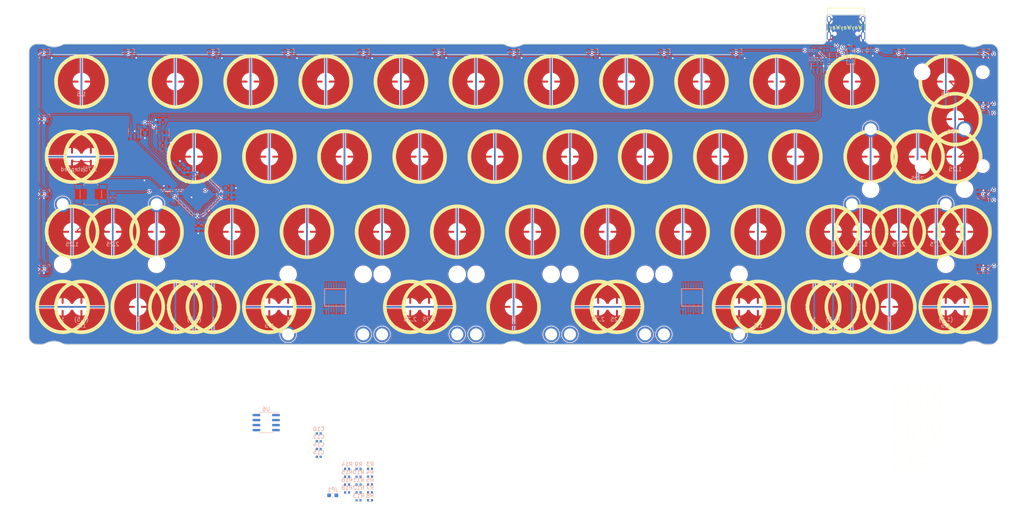
<source format=kicad_pcb>
(kicad_pcb (version 20221018) (generator pcbnew)
  (layers (0 "F.Cu" signal) (31 "B.Cu" signal) (34 "B.Paste" user) (35 "F.Paste" user) (36 "B.SilkS" user "B.Silkscreen") (37 "F.SilkS" user "F.Silkscreen") (38 "B.Mask" user) (39 "F.Mask" user) (44 "Edge.Cuts" user))
  (net 0 "")
  (net 1 "ROW0")
  (net 2 "ROW1")
  (net 3 "ROW2")
  (net 4 "ROW3")
  (net 5 "COL0")
  (net 6 "COL1")
  (net 7 "COL2")
  (net 8 "COL3")
  (net 9 "COL4")
  (net 10 "COL5")
  (net 11 "COL6")
  (net 12 "COL7")
  (net 13 "COL8")
  (net 14 "COL9")
  (net 15 "COL10")
  (net 16 "COL11")
  (net 17 "GND")
  (net 18 "+5V")
  (net 19 "+3V3")
  (net 20 "VBUS")
  (net 21 "/CC1")
  (net 22 "D_USB_P")
  (net 23 "D_USB_N")
  (net 25 "/CC2")
  (net 27 "D_P")
  (net 28 "D_N")
  (net 31 "NRST")
  (net 37 "BOOT0")
  (net 45 "RGB MCU")
  (net 46 "rgb underglow")
  (net 47 "Net-(LED1-DOUT)")
  (net 48 "Net-(LED1-DIN)")
  (net 49 "Net-(LED2-DIN)")
  (net 51 "Net-(LED15-DIN)")
  (net 52 "Net-(LED16-DIN)")
  (net 53 "Net-(LED17-DIN)")
  (net 54 "Net-(LED18-DIN)")
  (net 55 "Net-(LED21-DIN)")
  (net 56 "Net-(LED22-DIN)")
  (net 57 "Net-(LED23-DIN)")
  (net 58 "Net-(LED25-DIN)")
  (net 59 "Net-(LED26-DIN)")
  (net 60 "Net-(LED27-DOUT)")
  (net 61 "Net-(LED19-DIN)")
  (net 62 "Net-(LED20-DIN)")
  (net 63 "Net-(LED24-DOUT)")
  (net 64 "Net-(LED24-DIN)")
  (net 69 "APLEX_OUT_PIN_0")
  (net 70 "ADC")
  (net 71 "Net-(JP1-B)")
  (net 72 "APLEX_EN_PIN_0")
  (net 73 "AMUX_SEL_2")
  (net 74 "AMUX_SEL_1")
  (net 75 "AMUX_SEL_0")
  (net 76 "APLEX_EN_PIN_1")
  (footprint "cipulot_parts:HOLE_M2" (layer "F.Cu") (at 257.175 119.75625)
    (fp_text reference "H22" hide)
    (fp_text value "MountingHole" hide)
  )
  (footprint "PCM_marbastlib-mx:STAB_MX_ISO-ROT" (layer "F.Cu") (at 261.9375 50.8)
    (fp_text reference "ISO1" hide)
    (fp_text value "MX_stab")
  )
  (footprint "cipulot_parts:ecs_pad_1U_no_ring" (layer "F.Cu") (at 173.83125 79.375)
    (fp_text reference "SW_EC32")
    (fp_text value "Topre" hide)
  )
  (footprint "cipulot_parts:ecs_pad_1U_no_ring" (layer "F.Cu") (at 235.74375 98.425)
    (fp_text reference "SW_EC60")
    (fp_text value "1u" hide)
  )
  (footprint "cipulot_parts:ecs_pad_no_ring_stepped&normal" (layer "F.Cu") (at 42.8625 60.325)
    (fp_text reference "SW_EC13")
    (fp_text value "stepped" hide)
  )
  (footprint "cipulot_parts:ecs_pad_1U_no_ring" (layer "F.Cu") (at 240.50625 60.325)
    (fp_text reference "SW_EC23")
    (fp_text value "Topre" hide)
  )
  (footprint "cipulot_parts:HOLE_M2" (layer "F.Cu") (at 247.575 126.15625)
    (fp_text reference "H3" hide)
    (fp_text value "MountingHole" hide)
  )
  (footprint "cipulot_parts:ecs_pad_no_ring_stepped&normal" (layer "F.Cu") (at 92.86875 98.425)
    (fp_text reference "SW_EC40")
    (fp_text value "stepped" hide)
  )
  (footprint "Connector_USB:USB_C_Receptacle_HRO_TYPE-C-31-M-12" (layer "F.Cu") (at 234.269115 26.525156 180)
    (fp_text reference "J2" hide)
    (fp_text value "USB_C_Receptacle_USB2.0")
  )
  (footprint "cipulot_parts:HOLE_M2" (layer "F.Cu") (at 253.975 119.75625)
    (fp_text reference "H15" hide)
    (fp_text value "MountingHole" hide)
  )
  (footprint "cipulot_parts:ecs_pad_1U_no_ring" (layer "F.Cu") (at 78.58125 79.375)
    (fp_text reference "SW_EC27")
    (fp_text value "Topre" hide)
  )
  (footprint "cipulot_parts:ecs_pad_no_ring_stepped&normal" (layer "F.Cu") (at 128.5875 98.425)
    (fp_text reference "SW_EC41")
    (fp_text value "Topre" hide)
  )
  (footprint "cipulot_parts:HOLE_M2" (layer "F.Cu") (at 253.975 126.15625)
    (fp_text reference "H17" hide)
    (fp_text value "MountingHole" hide)
  )
  (footprint "cipulot_parts:HOLE_M2" (layer "F.Cu") (at 247.575 129.35625)
    (fp_text reference "H4" hide)
    (fp_text value "MountingHole" hide)
  )
  (footprint "cipulot_parts:ecs_pad_1U_no_ring" (layer "F.Cu") (at 102.39375 41.275)
    (fp_text reference "SW_EC4")
    (fp_text value "Topre" hide)
  )
  (footprint "PCM_marbastlib-mx:STAB_MX_P_7u" (layer "F.Cu") (at 150.01875 98.425 180)
    (fp_text reference "S1" hide)
    (fp_text value "MX_stab")
  )
  (footprint "cipulot_parts:HOLE_M2" (layer "F.Cu") (at 247.575 135.75625)
    (fp_text reference "H6" hide)
    (fp_text value "MountingHole" hide)
  )
  (footprint "cipulot_parts:ecs_pad_no_ring_stepped&normal" (layer "F.Cu") (at 264.31875 98.425)
    (fp_text reference "SW_EC47")
    (fp_text value "stepped" hide)
  )
  (footprint "cipulot_parts:ecs_pad_no_ring_1u1.75u" (layer "F.Cu") (at 257.175 79.375)
    (fp_text reference "SW_EC36")
    (fp_text value "175u" hide)
  )
  (footprint "cipulot_parts:ecs_pad_1U_no_ring" (layer "F.Cu") (at 145.25625 60.325)
    (fp_text reference "SW_EC18")
    (fp_text value "Topre" hide)
  )
  (footprint "cipulot_parts:ecs_pad_1U_no_ring" (layer "F.Cu") (at 259.55625 41.275)
    (fp_text reference "SW_EC12")
    (fp_text value "Topre" hide)
  )
  (footprint "cipulot_parts:HOLE_M2" (layer "F.Cu") (at 247.575 122.95625)
    (fp_text reference "H2" hide)
    (fp_text value "MountingHole" hide)
  )
  (footprint "PCM_marbastlib-mx:STAB_MX_P_2.25u" (layer "F.Cu") (at 47.625 79.375)
    (fp_text reference "shift2.25" hide)
    (fp_text value "MX_stab")
  )
  (footprint "cipulot_parts:ecs_pad_1U_no_ring" (layer "F.Cu") (at 38.1 79.375)
    (fp_text reference "SW_EC25")
    (fp_text value "Topre" hide)
  )
  (footprint "cipulot_parts:ecs_pad_1U_no_ring" (layer "F.Cu") (at 126.20625 60.325)
    (fp_text reference "SW_EC17")
    (fp_text value "Topre" hide)
  )
  (footprint "cipulot_parts:HOLE_M2" (layer "F.Cu") (at 250.775 122.95625)
    (fp_text reference "H9" hide)
    (fp_text value "MountingHole" hide)
  )
  (footprint "cipulot_parts:HOLE_M2" (layer "F.Cu") (at 247.575 119.75625)
    (fp_text reference "H1" hide)
    (fp_text value "MountingHole" hide)
  )
  (footprint "cipulot_parts:ecs_pad_1U_no_ring" (layer "F.Cu") (at 64.29375 41.275)
    (fp_text reference "SW_EC2")
    (fp_text value "Topre" hide)
  )
  (footprint "cipulot_parts:ecs_pad_no_ring_stepped&normal" (layer "F.Cu") (at 211.93125 98.425)
    (fp_text reference "SW_EC44")
    (fp_text value "stepped" hide)
  )
  (footprint "cipulot_parts:ecs_pad_1U_no_ring" (layer "F.Cu") (at 48.41875 79.375 180)
    (fp_text reference "SW_EC50")
    (fp_text value "Topre" hide)
  )
  (footprint "cipulot_parts:ecs_pad_1U_no_ring" (layer "F.Cu") (at 73.81875 98.425)
    (fp_text reference "SW_EC39")
    (fp_text value "1u" hide)
  )
  (footprint "cipulot_parts:ecs_pad_1U_no_ring" (layer "F.Cu") (at 121.44375 41.275)
    (fp_text reference "SW_EC5")
    (fp_text value "Topre" hide)
  )
  (footprint "cipulot_parts:HOLE_M2" (layer "F.Cu") (at 247.575 132.55625)
    (fp_text reference "H5" hide)
    (fp_text value "MountingHole" hide)
  )
  (footprint "cipulot_parts:ecs_pad_1U_no_ring" (layer "F.Cu") (at 216.69375 41.275)
    (fp_text reference "SW_EC10")
    (fp_text value "Topre" hide)
  )
  (footprint "PCM_marbastlib-mx:STAB_MX_P_2.25u" (layer "F.Cu") (at 252.4125 60.325)
    (fp_text reference "enter2.25" hide)
    (fp_text value "MX_stab")
  )
  (footprint "cipulot_parts:ecs_pad_1U_no_ring" (layer "F.Cu") (at 135.73125 79.375)
    (fp_text reference "SW_EC30")
    (fp_text value "Topre" hide)
  )
  (footprint "cipulot_parts:ecs_pad_1U_no_ring" (layer "F.Cu") (at 235.74375 41.275)
    (fp_text reference "SW_EC11")
    (fp_text value "Topre" hide)
  )
  (footprint "cipulot_parts:ecs_pad_1U_no_ring" (layer "F.Cu") (at 154.78125 79.375)
    (fp_text reference "SW_EC31")
    (fp_text value "Topre" hide)
  )
  (footprint "cipulot_parts:ecs_pad_1U_no_ring" (layer "F.Cu") (at 230.98125 98.425)
    (fp_text reference "SW_EC58")
    (fp_text value "1.5u" hide)
  )
  (footprint "cipulot_parts:HOLE_M2" (layer "F.Cu") (at 250.775 135.75625)
    (fp_text reference "H13" hide)
    (fp_text value "MountingHole" hide)
  )
  (footprint "cipulot_parts:ecs_pad_1U_no_ring" (layer "F.Cu") (at 116.68125 79.375)
    (fp_text reference "SW_EC29")
    (fp_text value "Topre" hide)
  )
  (footprint "PCM_marbastlib-mx:STAB_MX_P_2.25u" (layer "F.Cu") (at 123.825 98.425 180)
    (fp_text reference "S4" hide)
    (fp_text value "MX_stab")
  )
  (footprint "cipulot_parts:ecs_pad_1U_no_ring" (layer "F.Cu") (at 97.63125 79.375)
    (fp_text reference "SW_EC28")
    (fp_text value "Topre" hide)
  )
  (footprint "cipulot_parts:ecs_pad_1U_no_ring" (layer "F.Cu") (at 59.53125 79.375)
    (fp_text reference "SW_EC26")
    (fp_text value "Topre" hide)
  )
  (footprint "cipulot_parts:ecs_pad_1U_no_ring" (layer "F.Cu") (at 197.64375 41.275)
    (fp_text reference "SW_EC9")
    (fp_text value "Topre" hide)
  )
  (footprint "cipulot_parts:ecs_pad_1U_no_ring" (layer "F.Cu") (at 192.88125 79.375)
    (fp_text reference "SW_EC33")
    (fp_text value "Topre" hide)
  )
  (footprint "cipulot_parts:ecs_pad_1U_no_ring" (layer "F.Cu") (at 69.05625 98.425)
    (fp_text reference "SW_EC55")
    (fp_text value "1.5u" hide)
  )
  (footprint "cipulot_parts:ecs_pad_1U_no_ring" (layer "F.Cu") (at 252.4125 60.325)
    (fp_text reference "SW_EC49")
    (fp_text value "ansi" hide)
  )
  (footprint "cipulot_parts:ecs_pad_1U_no_ring" (layer "F.Cu") (at 140.49375 41.275)
    (fp_text reference "SW_EC6")
    (fp_text value "Topre" hide)
  )
  (footprint "cipulot_parts:ecs_pad_1U_no_ring" (layer "F.Cu") (at 69.05625 60.325)
    (fp_text reference "SW_EC14")
    (fp_text value "Topre" hide)
  )
  (footprint "cipulot_parts:HOLE_M2" (layer "F.Cu") (at 247.575 138.95625)
    (fp_text reference "H7" hide)
    (fp_text value "MountingHole" hide)
  )
  (footprint "cipulot_parts:HOLE_M2" (layer "F.Cu") (at 257.175 129.35625)
    (fp_text reference "H25" hide)
    (fp_text value "MountingHole" hide)
  )
  (footprint "cipulot_parts:ecs_pad_1U_no_ring" (layer "F.Cu") (at 150.01875 98.425)
    (fp_text reference "SW_EC42")
    (fp_text value "Topre" hide)
  )
  (footprint "cipulot_parts:ecs_pad_1U_no_ring" (layer "F.Cu") (at 261.9375 50.8)
    (fp_text reference "SW_EC48")
    (fp_text value "ISO" hide)
  )
  (footprint "cipulot_parts:ecs_pad_1U_no_ring" (layer "F.Cu") (at 211.93125 79.375)
    (fp_text reference "SW_EC34")
    (fp_text value "Topre" hide)
  )
  (footprint "PCM_marbastlib-mx:STAB_MX_P_2.25u" (layer "F.Cu") (at 176.2125 98.425 180)
    (fp_text reference "S2" hide)
    (fp_text value "MX_stab")
  )
  (footprint "cipulot_parts:ecs_pad_1U_no_ring" (layer "F.Cu") (at 178.59375 41.275)
    (fp_text reference "SW_EC8")
    (fp_text value "Topre" hide)
  )
  (footprint "cipulot_parts:ecs_pad_1U_no_ring" (layer "F.Cu") (at 183.35625 60.325)
    (fp_text reference "SW_EC20")
    (fp_text value "Topre" hide)
  )
  (footprint "cipulot_parts:HOLE_M2" (layer "F.Cu") (at 253.975 129.35625)
    (fp_text reference "H18" hide)
    (fp_text value "MountingHole" hide)
  )
  (footprint "PCM_marbastlib-mx:STAB_MX_P_2.75u" (layer "F.Cu") (at 171.45 98.425 180)
    (fp_text reference "S5" hide)
    (fp_text value "MX_stab")
  )
  (footprint "cipulot_parts:ecs_pad_1U_no_ring" (layer "F.Cu") (at 221.45625 60.325)
    (fp_text reference "SW_EC22")
    (fp_text value "Topre" hide)
  )
  (footprint "cipulot_parts:HOLE_M2" (layer "F.Cu") (at 250.775 129.35625)
    (fp_text reference "H11" hide)
    (fp_text value "MountingHole" hide)
  )
  (footprint "cipulot_parts:HOLE_M2" (layer "F.Cu") (at 253.975 135.75625)
    (fp_text reference "H20" hide)
    (fp_text value "MountingHole" hide)
  )
  (footprint "PCM_marbastlib-mx:STAB_MX_P_2.75u" (layer "F.Cu") (at 128.5875 98.425 180)
    (fp_text reference "S3" hide)
    (fp_text value "MX_stab")
  )
  (footprint "cipulot_parts:HOLE_M2" (layer "F.Cu") (at 257.175 122.95625)
    (fp_text reference "H23" hide)
    (fp_text value "MountingHole" hide)
  )
  (footprint "cipulot_parts:HOLE_M2" (layer "F.Cu") (at 253.975 132.55625)
    (fp_text reference "H19" hide)
    (fp_text value "MountingHole" hide)
  )
  (footprint "cipulot_parts:ecs_pad_1U_no_ring" (layer "F.Cu") (at 245.26875 98.425)
    (fp_text reference "SW_EC46")
    (fp_text value "1u" hide)
  )
  (footprint "cipulot_parts:ecs_pad_1U_no_ring" (layer "F.Cu") (at 83.34375 41.275)
    (fp_text reference "SW_EC3")
    (fp_text value "Topre" hide)
  )
  (footprint "cipulot_parts:ecs_pad_1U_no_ring" (layer "F.Cu") (at 54.76875 98.425)
    (fp_text reference "SW_EC38")
    (fp_text value "1u" hide)
  )
  (footprint "cipulot_parts:HOLE_M2" (layer "F.Cu") (at 253.975 122.95625)
    (fp_text reference "H16" hide)
    (fp_text value "MountingHole" hide)
  )
  (footprint "cipulot_parts:ecs_pad_1U_no_ring" (layer "F.Cu") (at 64.29375 98.425)
    (fp_text reference "SW_EC61")
    (fp_text value "1u" hide)
  )
  (footprint "cipulot_parts:ecs_pad_1U_no_ring" (layer "F.Cu") (at 40.48125 41.275)
    (fp_text reference "SW_EC1")
    (fp_text value "Topre" hide)
  )
  (footprint "PCM_marbastlib-mx:STAB_MX_P_2.75u" (layer "F.Cu") (at 247.65 79.375)
    (fp_text reference "shift2.75" hide)
    (fp_text value "MX_stab")
  )
  (footprint "cipulot_parts:ecs_pad_1U_no_ring" (layer "F.Cu") (at 261.9375 60.325)
    (fp_text reference "SW_EC24")
    (fp_text value "Topre" hide)
  )
  (footprint "cipulot_parts:ecs_pad_1U_no_ring" (layer "F.Cu") (at 159.54375 41.275)
    (fp_text reference "SW_EC7")
    (fp_text value "Topre" hide)
  )
  (footprint "cipulot_parts:HOLE_M2" (layer "F.Cu") (at 250.775 132.55625)
    (fp_text reference "H12" hide)
    (fp_text value "MountingHole" hide)
  )
  (footprint "cipulot_parts:HOLE_M2" (layer "F.Cu") (at 257.175 126.15625)
    (fp_text reference "H24" hide)
    (fp_text value "MountingHole" hide)
  )
  (footprint "cipulot_parts:ecs_pad_no_ring_1u1.75u" (layer "F.Cu") (at 230.98125 79.375)
    (fp_text reference "SW_EC35")
    (fp_text value "1u" hide)
  )
  (footprint "cipulot_parts:HOLE_M2" (layer "F.Cu") (at 250.775 126.15625)
    (fp_text reference "H10" hide)
    (fp_text value "MountingHole" hide)
  )
  (footprint "cipulot_parts:HOLE_M2" (layer "F.Cu") (at 250.775 138.95625)
    (fp_text reference "H14" hide)
    (fp_text value "MountingHole" hide)
  )
  (footprint "cipulot_parts:ecs_pad_1U_no_ring" (layer "F.Cu") (at 202.40625 60.325)
    (fp_text reference "SW_EC21")
    (fp_text value "Topre" hide)
  )
  (footprint "cipulot_parts:ecs_pad_1U_no_ring" (layer "F.Cu") (at 107.15625 60.325)
    (fp_text reference "SW_EC16")
    (fp_text value "Topre" hide)
  )
  (footprint "cipulot_parts:HOLE_M2" (layer "F.Cu") (at 257.175 132.55625)
    (fp_text reference "H26" hide)
    (fp_text value "MountingHole" hide)
  )
  (footprint "cipulot_parts:HOLE_M2" (layer "F.Cu") (at 253.975 138.95625)
    (fp_text reference "H21" hide)
    (fp_text value "MountingHole" hide)
  )
  (footprint "cipulot_parts:ecs_pad_no_ring_stepped&normal" (layer "F.Cu") (at 176.2125 98.425)
    (fp_text reference "SW_EC43")
    (fp_text value "Topre" hide)
  )
  (footprint "cipulot_parts:ecs_pad_1U_no_ring" (layer "F.Cu") (at 226.21875 98.425)
    (fp_text reference "SW_EC45")
    (fp_text value "1u" hide)
  )
  (footprint "cipulot_parts:ecs_pad_1U_no_ring" (layer "F.Cu") (at 247.65 79.375)
    (fp_text reference "SW_EC52")
    (fp_text value "275u" hide)
  )
  (footprint "cipulot_parts:ecs_pad_1U_no_ring" (layer "F.Cu") (at 164.30625 60.325)
    (fp_text reference "SW_EC19")
    (fp_text value "Topre" hide)
  )
  (footprint "cipulot_parts:HOLE_M2" (layer "F.Cu") (at 250.775 119.75625)
    (fp_text reference "H8" hide)
    (fp_text value "MountingHole" hide)
  )
  (footprint "cipulot_parts:ecs_pad_no_ring_stepped&normal" (layer "F.Cu") (at 35.71875 98.425 180)
    (fp_text reference "SW_EC37")
    (fp_text value "stepped" hide)
  )
  (footprint "cipulot_parts:ecs_pad_1U_no_ring" (layer "F.Cu") (at 88.10625 60.325)
    (fp_text reference "SW_EC15")
    (fp_text value "Topre" hide)
  )
  (footprint "PCM_marbastlib-various:LED_WS2812_2020" (layer "B.Cu") (at 30.95625 69.85 180)
    (fp_text reference "LED2" hide)
    (fp_text value "WS2812_2020")
  )
  (footprint "PCM_marbastlib-various:LED_WS2812_2020" (layer "B.Cu") (at 150.01875 34.13125 180)
    (fp_text reference "LED23" hide)
    (fp_text value "WS2812_2020")
  )
  (footprint "LOGO" (layer "B.Cu") (at 246.860323 46.947928 180)
    (fp_text reference "G***" hide)
    (fp_text value "LOGO" hide)
  )
  (footprint "Resistor_SMD:R_0603_1608Metric" (layer "B.Cu") (at 239.7125 33.3375)
    (fp_text reference "R1" hide)
    (fp_text value "5k1")
  )
  (footprint "Resistor_SMD:R_0402_1005Metric" (layer "B.Cu") (at 113.629166 147.49375 180)
    (fp_text reference "R8")
    (fp_text value "100k")
  )
  (footprint "Capacitor_SMD:C_0402_1005Metric" (layer "B.Cu") (at 100.629166 132.52375 180)
    (fp_text reference "C11")
    (fp_text value "220p")
  )
  (footprint "Resistor_SMD:R_0402_1005Metric" (layer "B.Cu") (at 110.719166 143.51375 180)
    (fp_text reference "R11")
    (fp_text value "100k")
  )
  (footprint "PCM_marbastlib-various:LED_WS2812_2020" (layer "B.Cu") (at 92.86875 34.13125 180)
    (fp_text reference "LED25" hide)
    (fp_text value "WS2812_2020")
  )
  (footprint "Resistor_SMD:R_0402_1005Metric" (layer "B.Cu") (at 107.809166 145.50375 180)
    (fp_text reference "R18")
    (fp_text value "100k")
  )
  (footprint "Resistor_SMD:R_0603_1608Metric" (layer "B.Cu") (at 227.80625 33.3375 180)
    (fp_text reference "R2" hide)
    (fp_text value "5k1")
  )
  (footprint "PCM_marbastlib-various:LED_WS2812_2020" (layer "B.Cu") (at 130.96875 34.13125 180)
    (fp_text reference "LED30" hide)
    (fp_text value "WS2812_2020")
  )
  (footprint "PCM_marbastlib-various:LED_WS2812_2020" (layer "B.Cu") (at 188.11875 34.13125 180)
    (fp_text reference "LED21" hide)
    (fp_text value "WS2812_2020")
  )
  (footprint "LOGO" (layer "B.Cu") (at 234.15625 26.9875 180)
    (fp_text reference "G***" hide)
    (fp_text value "LOGO" hide)
  )
  (footprint "Capacitor_SMD:C_0402_1005Metric" (layer "B.Cu") (at 100.629166 134.49375 180)
    (fp_text reference "C14")
    (fp_text value "100n")
  )
  (footprint "PCM_marbastlib-various:LED_WS2812_2020" (layer "B.Cu") (at 206.375 34.13125 180)
    (fp_text reference "LED20" hide)
    (fp_text value "WS2812_2020")
  )
  (footprint "Resistor_SMD:R_0402_1005Metric" (layer "B.Cu") (at 107.809166 141.52375 180)
    (fp_text reference "R15")
    (fp_text value "100k")
  )
  (footprint "Resistor_SMD:R_0402_1005Metric" (layer "B.Cu") (at 113.629166 143.51375 180)
    (fp_text reference "R5")
    (fp_text value "100k")
  )
  (footprint "PCM_marbastlib-various:LED_WS2812_2020" (layer "B.Cu") (at 269.08125 69.85)
    (fp_text reference "LED16" hide)
    (fp_text value "WS2812_2020")
  )
  (footprint "cipulot_parts:TSSOP16" (layer "B.Cu") (at 195.2625 96.04375 180)
    (fp_text reference "U7")
    (fp_text value "74HC4051")
  )
  (footprint "PCM_marbastlib-various:LED_WS2812_2020" (layer "B.Cu") (at 73.81875 34.13125 180)
    (fp_text reference "LED26" hide)
    (fp_text value "WS2812_2020")
  )
  (footprint "Package_TO_SOT_SMD:TSOT-23-5" (layer "B.Cu") (at 53.975 53.975 90)
    (fp_text reference "U4" hide)
    (fp_text value "74AHCT1G125")
  )
  (footprint "Button_Switch_SMD:SW_SPST_SKQG_WithoutStem" (layer "B.Cu") (at 42.8625 69.85 180)
    (fp_text reference "SW2" hide)
    (fp_text value "SKQGABE010")
  )
  (footprint "PCM_marbastlib-various:LED_WS2812_2020" (layer "B.Cu") (at 52.3875 34.13125 180)
    (fp_text reference "LED31" hide)
    (fp_text value "WS2812_2020")
  )
  (footprint "Package_SO:SOIC-8_3.9x4.9mm_P1.27mm" (layer "B.Cu") (at 87.3125 127.79375 180)
    (fp_text reference "U6")
    (fp_text value "OPA350")
  )
  (footprint "Capacitor_SMD:C_0603_1608Metric" (layer "B.Cu") (at 70.105094 77.7875 -90)
    (fp_text reference "C8" hide)
    (fp_text value "100nF")
  )
  (footprint "cipulot_parts:TSSOP16" (layer "B.Cu") (at 104.775 96.04375 180)
    (fp_text reference "U5")
    (fp_text value "74HC4051")
  )
  (footprint "Capacitor_SMD:C_0603_1608Metric" (layer "B.Cu") (at 62.70625 69.05625 135)
    (fp_text reference "C5" hide)
    (fp_text value "100nF")
  )
  (footprint "Diode_SMD:D_SOD-123" (layer "B.Cu") (at 235.49375 34.52284 90)
    (fp_text reference "D_PWR1" hide)
    (fp_text value "SMF9.0CA")
  )
  (footprint "PCM_marbastlib-various:LED_WS2812_2020" (layer "B.Cu") (at 30.95625 50.8 180)
    (fp_text reference "LED1" hide)
    (fp_text value "WS2812_2020")
  )
  (footprint "Capacitor_SMD:C_0603_1608Metric" (layer "B.Cu") (at 77.7875 70.64375)
    (fp_text reference "C9" hide)
    (fp_text value "100nF")
  )
  (footprint "Resistor_SMD:R_0402_1005Metric" (layer "B.Cu") (at 107.809166 139.53375 180)
    (fp_text reference "R14")
    (fp_text value "100k")
  )
  (footprint "PCM_marbastlib-various:LED_WS2812_2020" (layer "B.Cu") (at 247.65 34.13125 180)
    (fp_text reference "LED19" hide)
    (fp_text value "WS2812_2020")
  )
  (footprint "PCM_marbastlib-various:LED_WS2812_2020" (layer "B.Cu") (at 269.08125 88.9)
    (fp_text reference "LED15" hide)
    (fp_text value "WS2812_2020")
  )
  (footprint "Package_QFP:LQFP-48_7x7mm_P0.5mm" (layer "B.Cu") (at 69.85 69.85 135)
    (fp_text reference "U3" hide)
    (fp_text value "STM32F072C8Tx")
  )
  (footprint "Resistor_SMD:R_0402_1005Metric" (layer "B.Cu") (at 110.719166 145.50375 180)
    (fp_text reference "R12")
    (fp_text value "100k")
  )
  (footprint "PCM_marbastlib-various:LED_WS2812_2020" (layer "B.Cu") (at 269.08125 47.625)
    (fp_text reference "LED17" hide)
    (fp_text value "WS2812_2020")
  )
  (footprint "Resistor_SMD:R_0402_1005Metric" (layer "B.Cu") (at 110.719166 141.52375 180)
    (fp_text reference "R10")
    (fp_text value "1k")
  )
  (footprint "Package_TO_SOT_SMD:SOT-23" (layer "B.Cu") (at 61.11875 53.975 90)
    (fp_text reference "U2" hide)
    (fp_text value "XC6206PxxxMR-Regulator_Linear")
  )
  (footprint "PCM_marbastlib-various:LED_WS2812_2020" (layer "B.Cu") (at 269.08125 34.13125 180)
    (fp_text reference "LED18" hide)
    (fp_text value "WS2812_2020")
  )
  (footprint "PCM_marbastlib-various:LED_WS2812_2020" (layer "B.Cu") (at 30.95625 34.13125 180)
    (fp_text reference "LED27" hide)
    (fp_text value "WS2812_2020")
  )
  (footprint "Resistor_SMD:R_0402_1005Metric" (layer "B.Cu") (at 113.629166 145.50375 180)
    (fp_text reference "R7")
    (fp_text value "100k")
  )
  (footprint "Capacitor_SMD:C_0402_1005Metric" (layer "B.Cu") (at 100.629166 130.55375 180)
    (fp_text reference "C10")
    (fp_text value "100n")
  )
  (footprint "Resistor_SMD:R_0402_1005Metric" (layer "B.Cu") (at 113.629166 139.53375 180)
    (fp_text reference "R3")
    (fp_text value "100k")
  )
  (footprint "Package_TO_SOT_SMD:SOT-23-6" (layer "B.Cu") (at 227.0125 37.30625 90)
    (fp_text reference "U1" hide)
    (fp_text value "USBLC6-2SC6")
  )
  (footprint "Resistor_SMD:R_0603_1608Metric_Pad0.98x0.95mm_HandSolder" (layer "B.Cu") (at 104.179166 146.24375 180)
    (fp_text reference "JP1")
    (fp_text value "Ext_Res")
  )
  (footprint "PCM_marbastlib-various:LED_WS2812_2020" (layer "B.Cu") (at 111.91875 34.13125 180)
    (fp_text reference "LED24" hide)
    (fp_text value "WS2812_2020")
  )
  (footprint "LOGO" (layer "B.Cu") (at 195.2625 96.04375 180)
    (fp_text reference "G***" hide)
    (fp_text value "LOGO" hide)
  )
  (footprint "Capacitor_SMD:C_0603_1608Metric" (layer "B.Cu") (at 61.119558 56.804873 180)
    (fp_text reference "C2" hide)
    (fp_text value "1uF")
  )
  (footprint "Resistor_SMD:R_0603_1608Metric" (layer "B.Cu") (at 48.41875 70.64375 90)
    (fp_text reference "R6" hide)
    (fp_text value "10k")
  )
  (footprint "Capacitor_SMD:C_0603_1608Metric" (layer "B.Cu") (at 67.042479 63.850387 45)
    (fp_text reference "C6" hide)
    (fp_text value "100nF")
  )
  (footprint "Resistor_SMD:R_0402_1005Metric" (layer "B.Cu") (at 107.809166 143.51375 180)
    (fp_text reference "R16")
    (fp_text value "100k")
  )
  (footprint "Capacitor_SMD:C_0603_1608Metric" (layer "B.Cu") (at 56.58833 53.499562 90)
    (fp_text reference "C12" hide)
    (fp_text value "100nF")
  )
  (footprint "Resistor_SMD:R_0402_1005Metric" (layer "B.Cu") (at 110.719166 147.49375 180)
    (fp_text reference "R13")
    (fp_text value "100k")
  )
  (footprint "Fuse:Fuse_1206_3216Metric" (layer "B.Cu") (at 230.98125 34.52284 -90)
    (fp_text reference "F1" hide)
    (fp_text value "500mA")
  )
  (footprint "Capacitor_SMD:C_0603_1608Metric" (layer "B.Cu") (at 61.118749 58.387112)
    (fp_text reference "C3" hide)
    (fp_text value "4.7uF")
  )
  (footprint "PCM_marbastlib-various:LED_WS2812_2020" (layer "B.Cu") (at 169.8625 34.13125 180)
    (fp_text reference "LED22" hide)
    (fp_text value "WS2812_2020")
  )
  (footprint "PCM_marbastlib-various:LED_WS2812_2020" (layer "B.Cu") (at 30.95625 88.9 180)
    (fp_text reference "LED3" hide)
    (fp_text value "WS2812_2020")
  )
  (footprint "Capacitor_SMD:C_0603_1608Metric" (layer "B.Cu") (at 71.737281 77.800116 -90)
    (fp_text reference "C13" hide)
    (fp_text value "100nF")
  )
  (footprint "Resistor_SMD:R_0402_1005Metric" (layer "B.Cu") (at 113.629166 141.52375 180)
    (fp_text reference "R4")
    (fp_text value "100k")
  )
  (footprint "Capacitor_SMD:C_0402_1005Metric" (layer "B.Cu") (at 100.629166 136.46375 180)
    (fp_text reference "C15")
    (fp_text value "100n")
  )
  (footprint "LOGO" (layer "B.Cu") (at 104.775 96.04375 180)
    (fp_text reference "G***" hide)
    (fp_text value "LOGO" hide)
  )
  (footprint "Capacitor_SMD:C_0603_1608Metric" (layer "B.Cu") (at 61.11875 51.0125)
    (fp_text reference "C1" hide)
    (fp_text value "1uF")
  )
  (footprint "Resistor_SMD:R_0402_1005Metric" (layer "B.Cu") (at 110.719166 139.53375 180)
    (fp_text reference "R9")
    (fp_text value "100k")
  )
  (footprint "Capacitor_SMD:C_0603_1608Metric" (layer "B.Cu") (at 77.7875 68.28125)
    (fp_text reference "C7" hide)
    (fp_text value "100nF")
  )
  (footprint "Capacitor_SMD:C_0603_1608Metric" (layer "B.Cu") (at 65.759552 62.847103 45)
    (fp_text reference "C4" hide)
    (fp_text value "1uF")
  )
  (gr_line (start 41.120181 62.70625) (end 41.120181 64.29375) (stroke (width 0.15)) (layer "B.SilkS"))
  (gr_poly (pts (xy 71.602424 95.144411) (xy 71.602423 95.144413) (xy 71.602423 95.144414) (xy 71.602422 95.144414) (xy 71.602422 95.144415) (xy 71.602421 95.144415) (xy 71.60242 95.144415) (xy 71.60242 95.144416) (xy 71.602419 95.144416) (xy 71.602418 95.144416) (xy 71.602417 95.144416) (xy 71.602416 95.144416) (xy 71.602425 95.144411)) (fill solid) (layer "F.SilkS"))
  (gr_poly (pts (xy 67.894706 96.379135) (xy 67.889751 96.379135) (xy 67.901756 96.37207)) (fill solid) (layer "F.SilkS"))
  (gr_arc (start 269.727109 107.95) (mid 269.128468 107.877268) (end 268.56466 107.663304) (stroke (width 0.2)) (layer "Edge.Cuts"))
  (gr_line (start 146.963945 31.75) (end 36.573555 31.75) (stroke (width 0.2)) (layer "Edge.Cuts"))
  (gr_line (start 263.463945 31.75) (end 240.2625 31.75) (stroke (width 0.2)) (layer "Edge.Cuts"))
  (gr_line (start 29.19375 107.95) (end 30.310391 107.95) (stroke (width 0.2)) (layer "Edge.Cuts"))
  (gr_arc (start 27.19375 33.75) (mid 27.779536 32.335786) (end 29.19375 31.75) (stroke (width 0.2)) (layer "Edge.Cuts"))
  (gr_line (start 229.2625 24.85) (end 229.2625 30.75) (stroke (width 0.2)) (layer "Edge.Cuts"))
  (gr_arc (start 229.2625 24.85) (mid 229.408947 24.496447) (end 229.7625 24.35) (stroke (width 0.2)) (layer "Edge.Cuts"))
  (gr_arc (start 31.47284 107.663304) (mid 33.51875 107.158718) (end 35.56466 107.663304) (stroke (width 0.2)) (layer "Edge.Cuts"))
  (gr_arc (start 229.2625 30.75) (mid 228.969607 31.457107) (end 228.2625 31.75) (stroke (width 0.2)) (layer "Edge.Cuts"))
  (gr_arc (start 29.19375 107.95) (mid 27.779536 107.364214) (end 27.19375 105.95) (stroke (width 0.2)) (layer "Edge.Cuts"))
  (gr_line (start 153.227109 107.95) (end 263.310391 107.95) (stroke (width 0.2)) (layer "Edge.Cuts"))
  (gr_arc (start 268.466742 32.008357) (mid 269.005272 31.815446) (end 269.573555 31.75) (stroke (width 0.2)) (layer "Edge.Cuts"))
  (gr_arc (start 35.466742 32.008357) (mid 36.005272 31.815446) (end 36.573555 31.75) (stroke (width 0.2)) (layer "Edge.Cuts"))
  (gr_line (start 30.463945 31.75) (end 29.19375 31.75) (stroke (width 0.2)) (layer "Edge.Cuts"))
  (gr_arc (start 35.466742 32.008357) (mid 33.51875 32.463065) (end 31.570758 32.008357) (stroke (width 0.2)) (layer "Edge.Cuts"))
  (gr_arc (start 30.463945 31.75) (mid 31.032228 31.815446) (end 31.570758 32.008357) (stroke (width 0.2)) (layer "Edge.Cuts"))
  (gr_arc (start 240.2625 31.75) (mid 239.555393 31.457107) (end 239.2625 30.75) (stroke (width 0.2)) (layer "Edge.Cuts"))
  (gr_arc (start 270.84375 31.75) (mid 272.257964 32.335786) (end 272.84375 33.75) (stroke (width 0.2)) (layer "Edge.Cuts"))
  (gr_line (start 27.19375 33.75) (end 27.19375 105.95) (stroke (width 0.2)) (layer "Edge.Cuts"))
  (gr_arc (start 153.227109 107.95) (mid 152.628468 107.877268) (end 152.06466 107.663304) (stroke (width 0.2)) (layer "Edge.Cuts"))
  (gr_arc (start 264.47284 107.663304) (mid 266.51875 107.158718) (end 268.56466 107.663304) (stroke (width 0.2)) (layer "Edge.Cuts"))
  (gr_line (start 238.7625 24.35) (end 229.7625 24.35) (stroke (width 0.2)) (layer "Edge.Cuts"))
  (gr_arc (start 151.966742 32.008357) (mid 150.01875 32.463065) (end 148.070758 32.008357) (stroke (width 0.2)) (layer "Edge.Cuts"))
  (gr_arc (start 31.47284 107.663304) (mid 30.909032 107.877268) (end 30.310391 107.95) (stroke (width 0.2)) (layer "Edge.Cuts"))
  (gr_line (start 239.2625 30.75) (end 239.2625 24.85) (stroke (width 0.2)) (layer "Edge.Cuts"))
  (gr_arc (start 36.727109 107.95) (mid 36.128468 107.877268) (end 35.56466 107.663304) (stroke (width 0.2)) (layer "Edge.Cuts"))
  (gr_line (start 272.84375 105.95) (end 272.84375 33.75) (stroke (width 0.2)) (layer "Edge.Cuts"))
  (gr_arc (start 268.466742 32.008357) (mid 266.51875 32.463065) (end 264.570758 32.008357) (stroke (width 0.2)) (layer "Edge.Cuts"))
  (gr_arc (start 238.7625 24.35) (mid 239.116053 24.496447) (end 239.2625 24.85) (stroke (width 0.2)) (layer "Edge.Cuts"))
  (gr_line (start 36.727109 107.95) (end 146.810391 107.95) (stroke (width 0.2)) (layer "Edge.Cuts"))
  (gr_arc (start 272.84375 105.95) (mid 272.257964 107.364214) (end 270.84375 107.95) (stroke (width 0.2)) (layer "Edge.Cuts"))
  (gr_arc (start 151.966742 32.008357) (mid 152.505272 31.815446) (end 153.073555 31.75) (stroke (width 0.2)) (layer "Edge.Cuts"))
  (gr_arc (start 264.47284 107.663304) (mid 263.909032 107.877268) (end 263.310391 107.95) (stroke (width 0.2)) (layer "Edge.Cuts"))
  (gr_arc (start 147.97284 107.663304) (mid 150.01875 107.158718) (end 152.06466 107.663304) (stroke (width 0.2)) (layer "Edge.Cuts"))
  (gr_arc (start 146.963945 31.75) (mid 147.532228 31.815446) (end 148.070758 32.008357) (stroke (width 0.2)) (layer "Edge.Cuts"))
  (gr_arc (start 263.463945 31.75) (mid 264.032228 31.815446) (end 264.570758 32.008357) (stroke (width 0.2)) (layer "Edge.Cuts"))
  (gr_line (start 228.2625 31.75) (end 153.073555 31.75) (stroke (width 0.2)) (layer "Edge.Cuts"))
  (gr_line (start 270.84375 31.75) (end 269.573555 31.75) (stroke (width 0.2)) (layer "Edge.Cuts"))
  (gr_line (start 269.727109 107.95) (end 270.84375 107.95) (stroke (width 0.2)) (layer "Edge.Cuts"))
  (gr_arc (start 147.97284 107.663304) (mid 147.409032 107.877268) (end 146.810391 107.95) (stroke (width 0.2)) (layer "Edge.Cuts"))
  (gr_text "7" (at 150.01875 101.6) (layer "B.SilkS") (effects (font (size 1 1)) (justify mirror)))
  (gr_text "2.75" (at 247.65 82.55) (layer "B.SilkS") (effects (font (size 1 1)) (justify mirror)))
  (gr_text "2.75" (at 128.5875 101.6) (layer "B.SilkS") (effects (font (size 1 1)) (justify mirror)))
  (gr_text "(1.5)" (at 69.05625 101.6) (layer "B.SilkS") (effects (font (size 1 1)) (justify mirror)))
  (gr_text "(1.5)" (at 40.48125 101.6) (layer "B.SilkS") (effects (font (size 1 1)) (justify mirror)))
  (gr_text "1" (at 264.31875 101.6) (layer "B.SilkS") (effects (font (size 1 1)) (justify mirror)))
  (gr_text "(1.5)" (at 259.55625 101.6) (layer "B.SilkS") (effects (font (size 1 1)) (justify mirror)))
  (gr_text "2.25" (at 48.41875 82.55) (layer "B.SilkS") (effects (font (size 1 1)) (justify mirror)))
  (gr_text "1" (at 35.71875 101.6) (layer "B.SilkS") (effects (font (size 1 1)) (justify mirror)))
  (gr_text "2.25" (at 123.825 101.6) (layer "B.SilkS") (effects (font (size 1 1)) (justify mirror)))
  (gr_text "ISO" (at 261.14375 53.975) (layer "B.SilkS") (effects (font (size 1 1)) (justify mirror)))
  (gr_text "1.25" (at 38.1 82.55) (layer "B.SilkS") (effects (font (size 1 1)) (justify mirror)))
  (gr_text "(1.5)" (at 230.98125 101.6) (layer "B.SilkS") (effects (font (size 1 1)) (justify mirror)))
  (gr_text "1.5" (at 88.10625 103.1875) (layer "B.SilkS") (effects (font (size 1 1)) (justify mirror)))
  (gr_text "2.75" (at 171.45 101.6) (layer "B.SilkS") (effects (font (size 1 1)) (justify mirror)))
  (gr_text "1" (at 230.98125 82.55) (layer "B.SilkS") (effects (font (size 1 1)) (justify mirror)))
  (gr_text "1" (at 264.31875 82.55) (layer "B.SilkS") (effects (font (size 1 1)) (justify mirror)))
  (gr_text "1.5" (at 259.55625 103.1875) (layer "B.SilkS") (effects (font (size 1 1)) (justify mirror)))
  (gr_text "1.75" (at 257.175 82.55) (layer "B.SilkS") (effects (font (size 1 1)) (justify mirror)))
  (gr_text "1" (at 235.74375 103.1875) (layer "B.SilkS") (effects (font (size 1 1)) (justify mirror)))
  (gr_text "1.75" (at 238.125 82.55) (layer "B.SilkS") (effects (font (size 1 1)) (justify mirror)))
  (gr_text "1" (at 207.16875 101.6) (layer "B.SilkS") (effects (font (size 1 1)) (justify mirror)))
  (gr_text "1.75" (at 42.8625 63.5) (layer "B.SilkS") (effects (font (size 1 1)) (justify mirror)))
  (gr_text "1" (at 226.21875 101.6) (layer "B.SilkS") (effects (font (size 1 1)) (justify mirror)))
  (gr_text "1.5" (at 211.93125 103.1875) (layer "B.SilkS") (effects (font (size 1 1)) (justify mirror)))
  (gr_text "1" (at 64.29375 103.1875) (layer "B.SilkS") (effects (font (size 1 1)) (justify mirror)))
  (gr_text "1.25" (at 261.9375 63.5) (layer "B.SilkS") (effects (font (size 1 1)) (justify mirror)))
  (gr_text "1.5" (at 40.48125 44.45) (layer "B.SilkS") (effects (font (size 1 1)) (justify mirror)))
  (gr_text "stepped" (at 38.1 63.5) (layer "B.SilkS") (effects (font (size 1 1)) (justify mirror)))
  (gr_text "1.5" (at 259.55625 44.45) (layer "B.SilkS") (effects (font (size 1 1)) (justify mirror)))
  (gr_text "2.25" (at 252.4125 65.88125) (layer "B.SilkS") (effects (font (size 1 1)) (justify mirror)))
  (gr_text "1" (at 245.26875 101.6) (layer "B.SilkS") (effects (font (size 1 1)) (justify mirror)))
  (gr_text "1" (at 73.81875 101.6) (layer "B.SilkS") (effects (font (size 1 1)) (justify mirror)))
  (gr_text "2.25" (at 176.2125 101.6) (layer "B.SilkS") (effects (font (size 1 1)) (justify mirror)))
  (gr_text "1" (at 54.76875 101.6) (layer "B.SilkS") (effects (font (size 1 1)) (justify mirror)))
  (gr_text "1.5" (at 40.48125 103.1875) (layer "B.SilkS") (effects (font (size 1 1)) (justify mirror)))
  (gr_text "1" (at 92.86875 101.6) (layer "B.SilkS") (effects (font (size 1 1)) (justify mirror)))
  (gr_text "WayWayWay" (at 234.223631 27.515212) (layer "F.SilkS") (effects (font (size 1 1)) (justify mirror)))
  (segment (start 42.8625 75.6125) (end 46.625 79.375) (width 0.25) (layer "F.Cu") (net 5))
  (segment (start 38.55 61.56875) (end 38.1 61.11875) (width 0.25) (layer "F.Cu") (net 5))
  (segment (start 42.8625 75.6125) (end 39.1 79.375) (width 0.25) (layer "F.Cu") (net 5))
  (segment (start 38.55 61.56875) (end 42.62075 61.56875) (width 0.25) (layer "F.Cu") (net 5))
  (segment (start 42.62075 61.56875) (end 42.8625 61.327) (width 0.25) (layer "F.Cu") (net 5))
  (segment (start 46.625 79.375) (end 47.41875 79.375) (width 0.25) (layer "F.Cu") (net 5))
  (segment (start 42.8625 61.327) (end 42.8625 75.6125) (width 0.25) (layer "F.Cu") (net 5))
  (segment (start 63.815249 72.536763) (end 63.622312 72.456848) (width 0.2) (layer "B.Cu") (net 5))
  (segment (start 64.29375 72.614929) (end 64.200188 72.614929) (width 0.2) (layer "B.Cu") (net 5))
  (segment (start 63.622312 72.456848) (end 63.441452 72.352432) (width 0.2) (layer "B.Cu") (net 5))
  (segment (start 65.669231 71.555895) (end 64.833959 72.391167) (width 0.2) (layer "B.Cu") (net 5))
  (segment (start 63.273419 72.223499) (end 63.076018 72.031799) (width 0.2) (layer "B.Cu") (net 5))
  (segment (start 64.200188 72.614929) (end 64.016959 72.590808) (width 0.2) (layer "B.Cu") (net 5))
  (segment (start 64.016959 72.590808) (end 63.815249 72.536763) (width 0.2) (layer "B.Cu") (net 5))
  (segment (start 63.441452 72.352432) (end 63.273419 72.223499) (width 0.2) (layer "B.Cu") (net 5))
  (arc (start 64.833959 72.391167) (mid 64.586109 72.556775) (end 64.29375 72.614929) (width 0.2) (layer "B.Cu") (net 5))
  (segment (start 266.64375 56.61875) (end 262.9375 60.325) (width 0.25) (layer "F.Cu") (net 16))
  (segment (start 266.64375 50.8) (end 266.64375 56.61875) (width 0.25) (layer "F.Cu") (net 16))
  (segment (start 266.64375 47.3625) (end 266.64375 50.8) (width 0.25) (layer "F.Cu") (net 16))
  (segment (start 262.9375 50.8) (end 266.64375 50.8) (width 0.25) (layer "F.Cu") (net 16))
  (segment (start 260.55625 41.275) (end 266.64375 47.3625) (width 0.25) (layer "F.Cu") (net 16))
  (via (at 241.053249 34.74314) (size 0.8) (drill 0.4) (layers "F.Cu" "B.Cu") (net 17))
  (via (at 76.078716 35.343571) (size 0.8) (drill 0.4) (layers "F.Cu" "B.Cu") (net 17))
  (via (at 30.960062 51.800667) (size 0.8) (drill 0.4) (layers "F.Cu" "B.Cu") (net 17))
  (via (at 152.048403 35.281824) (size 0.8) (drill 0.4) (layers "F.Cu" "B.Cu") (net 17))
  (via (at 53.975 53.8505) (size 0.8) (drill 0.4) (layers "F.Cu" "B.Cu") (net 17))
  (via (at 269.077438 87.899333) (size 0.8) (drill 0.4) (layers "F.Cu" "B.Cu") (net 17))
  (via (at 70.102229 79.788928) (size 0.8) (drill 0.4) (layers "F.Cu" "B.Cu") (net 17))
  (via (at 132.956447 35.270114) (size 0.8) (drill 0.4) (layers "F.Cu" "B.Cu") (net 17))
  (via (at 56.571139 55.596882) (size 0.8) (drill 0.4) (layers "F.Cu" "B.Cu") (net 17))
  (via (at 32.943947 35.270114) (size 0.8) (drill 0.4) (layers "F.Cu" "B.Cu") (net 17))
  (via (at 54.375187 35.270128) (size 0.8) (drill 0.4) (layers "F.Cu" "B.Cu") (net 17))
  (via (at 269.077438 46.624333) (size 0.8) (drill 0.4) (layers "F.Cu" "B.Cu") (net 17))
  (via (at 30.960062 70.850667) (size 0.8) (drill 0.4) (layers "F.Cu" "B.Cu") (net 17))
  (via (at 68.408159 70.640483) (size 0.8) (drill 0.4) (layers "F.Cu" "B.Cu") (net 17))
  (via (at 249.90996 35.343544) (size 0.8) (drill 0.4) (layers "F.Cu" "B.Cu") (net 17))
  (via (at 59.30799 51.010126) (size 0.8) (drill 0.4) (layers "F.Cu" "B.Cu") (net 17))
  (via (at 61.385212 67.743808) (size 0.8) (drill 0.4) (layers "F.Cu" "B.Cu") (net 17))
  (via (at 95.128716 35.343571) (size 0.8) (drill 0.4) (layers "F.Cu" "B.Cu") (net 17))
  (via (at 79.670438 68.278415) (size 0.8) (drill 0.4) (layers "F.Cu" "B.Cu") (net 17))
  (via (at 269.085062 35.131917) (size 0.8) (drill 0.4) (layers "F.Cu" "B.Cu") (net 17))
  (via (at 30.973624 89.849396) (size 0.8) (drill 0.4) (layers "F.Cu" "B.Cu") (net 17))
  (via (at 114.178716 35.343571) (size 0.8) (drill 0.4) (layers "F.Cu" "B.Cu") (net 17))
  (via (at 63.104625 56.79351) (size 0.8) (drill 0.4) (layers "F.Cu" "B.Cu") (net 17))
  (via (at 65.43562 61.428999) (size 0.8) (drill 0.4) (layers "F.Cu" "B.Cu") (net 17))
  (via (at 171.850187 35.270128) (size 0.8) (drill 0.4) (layers "F.Cu" "B.Cu") (net 17))
  (via (at 208.594256 35.346183) (size 0.8) (drill 0.4) (layers "F.Cu" "B.Cu") (net 17))
  (via (at 235.491679 34.483918) (size 0.8) (drill 0.4) (layers "F.Cu" "B.Cu") (net 17))
  (via (at 228.6 37.30625) (size 0.8) (drill 0.4) (layers "F.Cu" "B.Cu") (net 17))
  (via (at 190.378716 35.343571) (size 0.8) (drill 0.4) (layers "F.Cu" "B.Cu") (net 17))
  (via (at 226.162 34.731111) (size 0.8) (drill 0.4) (layers "F.Cu" "B.Cu") (net 17))
  (via (at 56.44575 66.353872) (size 0.8) (drill 0.4) (layers "F.Cu" "B.Cu") (net 17))
  (via (at 269.077438 68.849333) (size 0.8) (drill 0.4) (layers "F.Cu" "B.Cu") (net 17))
  (segment (start 69.573745 70.634405) (end 69.716545 70.777205) (width 0.25) (layer "B.Cu") (net 17))
  (segment (start 70.028945 70.634405) (end 69.573745 70.634405) (width 0.25) (layer "B.Cu") (net 17))
  (segment (start 65.315678 71.202342) (end 65.883615 70.634405) (width 0.25) (layer "B.Cu") (net 17))
  (segment (start 68.2625 70.634405) (end 69.05625 70.634405) (width 0.25) (layer "B.Cu") (net 17))
  (segment (start 67.46875 70.634405) (end 68.2625 70.634405) (width 0.25) (layer "B.Cu") (net 17))
  (segment (start 226.568135 33.750616) (end 226.98125 33.3375) (width 0.381) (layer "B.Cu") (net 17))
  (segment (start 69.05625 70.634405) (end 69.573745 70.634405) (width 0.25) (layer "B.Cu") (net 17))
  (segment (start 56.35625 66.443372) (end 56.44575 66.353872) (width 0.25) (layer "B.Cu") (net 17))
  (segment (start 269.210092 35.006888) (end 269.085062 35.131917) (width 0.25) (layer "B.Cu") (net 17))
  (segment (start 268.952408 88.024362) (end 269.077438 87.899333) (width 0.25) (layer "B.Cu") (net 17))
  (segment (start 72.263002 73.323662) (end 70.510295 71.570955) (width 0.25) (layer "B.Cu") (net 17))
  (segment (start 66.30756 62.299095) (end 67.113108 63.104642) (width 0.381) (layer "B.Cu") (net 17))
  (segment (start 268.952408 46.749362) (end 269.077438 46.624333) (width 0.25) (layer "B.Cu") (net 17))
  (segment (start 61.894558 58.386303) (end 61.893749 58.387112) (width 0.381) (layer "B.Cu") (net 17))
  (segment (start 238.589115 29.655156) (end 238.589115 25.475156) (width 0.381) (layer "B.Cu") (net 17))
  (segment (start 31.87125 34.68125) (end 32.117992 34.927992) (width 0.25) (layer "B.Cu") (net 17))
  (segment (start 56.35625 67.4375) (end 56.35625 66.443372) (width 0.25) (layer "B.Cu") (net 17))
  (segment (start 53.433434 54.227184) (end 53.480994 54.179624) (width 0.381) (layer "B.Cu") (net 17))
  (segment (start 65.883615 70.634405) (end 67.46875 70.634405) (width 0.25) (layer "B.Cu") (net 17))
  (segment (start 62.06875 54.9125) (end 62.06875 56.630681) (width 0.381) (layer "B.Cu") (net 17))
  (segment (start 229.949115 29.655156) (end 229.949115 25.475156) (width 0.381) (layer "B.Cu") (net 17))
  (segment (start 150.93375 34.68125) (end 151.170815 34.918315) (width 0.25) (layer "B.Cu") (net 17))
  (segment (start 69.065596 65.883616) (end 69.065596 69.05329) (width 0.25) (layer "B.Cu") (net 17))
  (segment (start 56.58833 54.274562) (end 56.58833 55.579691) (width 0.381) (layer "B.Cu") (net 17))
  (segment (start 241.053249 34.13125) (end 241.053249 34.74314) (width 0.381) (layer "B.Cu") (net 17))
  (segment (start 70.290246 71.358943) (end 70.290246 71.350906) (width 0.25) (layer "B.Cu") (net 17))
  (segment (start 53.3025 34.68125) (end 53.549273 34.928023) (width 0.25) (layer "B.Cu") (net 17))
  (segment (start 227.80625 37.30625) (end 228.6 37.30625) (width 0.381) (layer "B.Cu") (net 17))
  (segment (start 61.894558 56.804873) (end 63.093262 56.804873) (width 0.381) (layer "B.Cu") (net 17))
  (segment (start 93.78375 34.68125) (end 93.963368 34.860868) (width 0.25) (layer "B.Cu") (net 17))
  (segment (start 62.158242 68.508242) (end 62.149646 68.508242) (width 0.381) (layer "B.Cu") (net 17))
  (segment (start 235.49375 32.87284) (end 235.49375 34.481847) (width 0.381) (layer "B.Cu") (net 17))
  (segment (start 240.5375 33.3375) (end 240.856672 33.656672) (width 0.381) (layer "B.Cu") (net 17))
  (segment (start 268.952408 68.974362) (end 269.077438 68.849333) (width 0.25) (layer "B.Cu") (net 17))
  (segment (start 131.88375 34.68125) (end 132.130492 34.927992) (width 0.25) (layer "B.Cu") (net 17))
  (segment (start 207.29 34.68125) (end 207.502863 34.894113) (width 0.25) (layer "B.Cu") (net 17))
  (segment (start 70.105094 78.5625) (end 70.105094 79.786063) (width 0.381) (layer "B.Cu") (net 17))
  (segment (start 78.5625 68.28125) (end 79.667603 68.28125) (width 0.381) (layer "B.Cu") (net 17))
  (segment (start 59.310364 51.0125) (end 59.30799 51.010126) (width 0.381) (layer "B.Cu") (net 17))
  (segment (start 69.716545 70.777205) (end 70.510295 71.570955) (width 0.25) (layer "B.Cu") (net 17))
  (segment (start 66.30756 62.299095) (end 66.305716 62.299095) (width 0.381) (layer "B.Cu") (net 17))
  (segment (start 70.105094 79.786063) (end 70.102229 79.788928) (width 0.381) (layer "B.Cu") (net 17))
  (segment (start 70.290246 71.350906) (end 69.716545 70.777205) (width 0.25) (layer "B.Cu") (net 17))
  (segment (start 227.349706 37.629661) (end 227.578978 37.400389) (width 0.381) (layer "B.Cu") (net 17))
  (segment (start 61.894558 56.804873) (end 61.894558 58.386303) (width 0.381) (layer "B.Cu") (net 17))
  (segment (start 54.587794 54.298411) (end 54.469006 54.179624) (width 0.381) (layer "B.Cu") (net 17))
  (segment (start 189.03375 34.68125) (end 189.213368 34.860868) (width 0.25) (layer "B.Cu") (net 17))
  (segment (start 53.362206 54.298411) (end 53.433434 54.227184) (width 0.381) (layer "B.Cu") (net 17))
  (segment (start 74.73375 34.68125) (end 74.913368 34.860868) (width 0.25) (layer "B.Cu") (net 17))
  (segment (start 31.020718 89.802302) (end 30.973624 89.849396) (width 0.25) (layer "B.Cu") (net 17))
  (segment (start 63.093262 56.804873) (end 63.104625 56.79351) (width 0.381) (layer "B.Cu") (net 17))
  (segment (start 67.474828 70.640483) (end 67.46875 70.634405) (width 0.25) (layer "B.Cu") (net 17))
  (segment (start 112.83375 34.68125) (end 113.013368 34.860868) (width 0.25) (layer "B.Cu") (net 17))
  (segment (start 68.497658 65.315678) (end 69.065596 65.883616) (width 0.25) (layer "B.Cu") (net 17))
  (segment (start 79.667603 68.28125) (end 79.670438 68.278415) (width 0.381) (layer "B.Cu") (net 17))
  (segment (start 31.085092 51.675638) (end 30.960062 51.800667) (width 0.25) (layer "B.Cu") (net 17))
  (segment (start 170.7775 34.68125) (end 171.024273 34.928023) (width 0.25) (layer "B.Cu") (net 17))
  (segment (start 53.975 53.975) (end 53.975 53.8505) (width 0.381) (layer "B.Cu") (net 17))
  (segment (start 62.149646 68.508242) (end 61.385212 67.743808) (width 0.381) (layer "B.Cu") (net 17))
  (segment (start 31.085092 70.725638) (end 30.960062 70.850667) (width 0.25) (layer "B.Cu") (net 17))
  (segment (start 78.5625 70.64375) (end 78.5625 68.28125) (width 0.381) (layer "B.Cu") (net 17))
  (segment (start 66.305716 62.299095) (end 65.43562 61.428999) (width 0.381) (layer "B.Cu") (net 17))
  (segment (start 68.408159 70.640483) (end 67.474828 70.640483) (width 0.25) (layer "B.Cu") (net 17))
  (segment (start 248.565 34.68125) (end 248.744576 34.860826) (width 0.25) (layer "B.Cu") (net 17))
  (segment (start 56.58833 55.579691) (end 56.571139 55.596882) (width 0.381) (layer "B.Cu") (net 17))
  (segment (start 71.724665 78.5625) (end 71.737281 78.575116) (width 0.381) (layer "B.Cu") (net 17))
  (segment (start 73.816384 69.065596) (end 74.384322 68.497658) (width 0.25) (layer "B.Cu") (net 17))
  (segment (start 70.105094 78.5625) (end 71.724665 78.5625) (width 0.381) (layer "B.Cu") (net 17))
  (segment (start 227.0125 38.44375) (end 227.0125 38.443748) (width 0.381) (layer "B.Cu") (net 17))
  (segment (start 60.34375 51.0125) (end 59.310364 51.0125) (width 0.381) (layer "B.Cu") (net 17))
  (segment (start 62.06875 56.630681) (end 61.894558 56.804873) (width 0.381) (layer "B.Cu") (net 17))
  (segment (start 74.384322 68.497658) (end 73.841385 69.040595) (width 0.2) (layer "B.Cu") (net 17))
  (segment (start 235.49375 32.87284) (end 235.49375 33.171821) (width 0.381) (layer "B.Cu") (net 17))
  (segment (start 235.49375 34.481847) (end 235.491679 34.483918) (width 0.381) (layer "B.Cu") (net 17))
  (arc (start 93.963368 34.860868) (mid 94.498033 35.218121) (end 95.128716 35.343571) (width 0.25) (layer "B.Cu") (net 17))
  (arc (start 227.0125 38.443748) (mid 227.100137 38.003168) (end 227.349706 37.629661) (width 0.381) (layer "B.Cu") (net 17))
  (arc (start 226.162 34.731111) (mid 226.267551 34.200471) (end 226.568135 33.750616) (width 0.381) (layer "B.Cu") (net 17))
  (arc (start 189.213368 34.860868) (mid 189.748033 35.218121) (end 190.378716 35.343571) (width 0.25) (layer "B.Cu") (net 17))
  (arc (start 269.99625 34.68125) (mid 269.570784 34.76588) (end 269.210092 35.006888) (width 0.25) (layer "B.Cu") (net 17))
  (arc (start 74.913368 34.860868) (mid 75.448033 35.218121) (end 76.078716 35.343571) (width 0.25) (layer "B.Cu") (net 17))
  (arc (start 53.549273 34.928023) (mid 53.928205 35.181218) (end 54.375187 35.270128) (width 0.25) (layer "B.Cu") (net 17))
  (arc (start 54.925 55.1125) (mid 54.837363 54.671918) (end 54.587794 54.298411) (width 0.381) (layer "B.Cu") (net 17))
  (arc (start 73.816384 69.065596) (mid 72.078692 70.226685) (end 70.028945 70.634405) (width 0.25) (layer "B.Cu") (net 17))
  (arc (start 53.025 55.1125) (mid 53.112637 54.671918) (end 53.362206 54.298411) (width 0.381) (layer "B.Cu") (net 17))
  (arc (start 207.502863 34.894113) (mid 208.003598 35.228694) (end 208.594256 35.346183) (width 0.25) (layer "B.Cu") (net 17))
  (arc (start 268.16625 47.075) (mid 268.591716 46.99037) (end 268.952408 46.749362) (width 0.25) (layer "B.Cu") (net 17))
  (arc (start 31.87125 70.4) (mid 31.445784 70.48463) (end 31.085092 70.725638) (width 0.25) (layer "B.Cu") (net 17))
  (arc (start 132.130492 34.927992) (mid 132.509443 35.181199) (end 132.956447 35.270114) (width 0.25) (layer "B.Cu") (net 17))
  (arc (start 32.117992 34.927992) (mid 32.496943 35.181199) (end 32.943947 35.270114) (width 0.25) (layer "B.Cu") (net 17))
  (arc (start 268.16625 69.3) (mid 268.591716 69.21537) (end 268.952408 68.974362) (width 0.25) (layer "B.Cu") (net 17))
  (arc (start 227.578978 37.400389) (mid 227.683251 37.330717) (end 227.80625 37.30625) (width 0.381) (layer "B.Cu") (net 17))
  (arc (start 31.87125 89.45) (mid 31.410945 89.54156) (end 31.020718 89.802302) (width 0.25) (layer "B.Cu") (net 17))
  (arc (start 240.856672 33.656672) (mid 241.00216 33.87441) (end 241.053249 34.13125) (width 0.381) (layer "B.Cu") (net 17))
  (arc (start 53.480994 54.179624) (mid 53.707645 54.02818) (end 53.975 53.975) (width 0.381) (layer "B.Cu") (net 17))
  (arc (start 113.013368 34.860868) (mid 113.548033 35.218121) (end 114.178716 35.343571) (width 0.25) (layer "B.Cu") (net 17))
  (arc (start 53.975 53.975) (mid 54.242354 54.02818) (end 54.469006 54.179624) (width 0.381) (layer "B.Cu") (net 17))
  (arc (start 67.113108 63.104642) (mid 67.332131 63.250989) (end 67.590487 63.302379) (width 0.381) (layer "B.Cu") (net 17))
  (arc (start 31.87125 51.35) (mid 31.445784 51.43463) (end 31.085092 51.675638) (width 0.25) (layer "B.Cu") (net 17))
  (arc (start 151.170815 34.918315) (mid 151.573455 35.187351) (end 152.048403 35.281824) (width 0.25) (layer "B.Cu") (net 17))
  (arc (start 268.16625 88.35) (mid 268.591716 88.26537) (end 268.952408 88.024362) (width 0.25) (layer "B.Cu") (net 17))
  (arc (start 248.744576 34.860826) (mid 249.279258 35.21809) (end 249.90996 35.343544) (width 0.25) (layer "B.Cu") (net 17))
  (arc (start 171.024273 34.928023) (mid 171.403205 35.181218) (end 171.850187 35.270128) (width 0.25) (layer "B.Cu") (net 17))
  (arc (start 69.065596 69.05329) (mid 68.894734 69.912272) (end 68.408159 70.640483) (width 0.25) (layer "B.Cu") (net 17))
  (segment (start 270.71425 90.533) (end 270.71425 103.93575) (width 0.381) (layer "F.Cu") (net 18))
  (segment (start 29.32325 90.533) (end 29.32325 103.93575) (width 0.381) (layer "F.Cu") (net 18))
  (segment (start 86.721427 103.0195) (end 213.316073 103.0195) (width 0.381) (layer "F.Cu") (net 18))
  (segment (start 269.08125 105.56875) (end 217.816282 105.56875) (width 0.381) (layer "F.Cu") (net 18))
  (segment (start 228.988648 36.107398) (end 230.1875 37.30625) (width 0.381) (layer "F.Cu") (net 18))
  (segment (start 29.36875 35.71875) (end 29.36875 49.2125) (width 0.381) (layer "F.Cu") (net 18))
  (segment (start 270.71425 71.483) (end 270.71425 87.267) (width 0.381) (layer "F.Cu") (net 18))
  (segment (start 215.9 104.775) (end 214.730287 103.605287) (width 0.381) (layer "F.Cu") (net 18))
  (segment (start 270.886445 45.819805) (end 270.886445 42.8625) (width 0.381) (layer "F.Cu") (net 18))
  (segment (start 270.887 42.800566) (end 270.887 35.937) (width 0.381) (layer "F.Cu") (net 18))
  (segment (start 220.454537 34.717037) (end 220.673325 34.935825) (width 0.381) (layer "F.Cu") (net 18))
  (segment (start 222.087538 35.521611) (end 227.574434 35.521611) (width 0.381) (layer "F.Cu") (net 18))
  (segment (start 30.95625 34.13125) (end 206.375 34.13125) (width 0.381) (layer "F.Cu") (net 18))
  (segment (start 84.1375 104.775) (end 85.307214 103.605286) (width 0.381) (layer "F.Cu") (net 18))
  (segment (start 29.36875 71.4375) (end 29.36875 87.3125) (width 0.381) (layer "F.Cu") (net 18))
  (segment (start 29.36875 52.3875) (end 29.36875 68.2625) (width 0.381) (layer "F.Cu") (net 18))
  (segment (start 269.08125 34.13125) (end 247.65 34.13125) (width 0.381) (layer "F.Cu") (net 18))
  (segment (start 57.873052 51.683133) (end 56.589038 51.683133) (width 0.381) (layer "F.Cu") (net 18))
  (segment (start 206.375 34.13125) (end 219.040323 34.13125) (width 0.381) (layer "F.Cu") (net 18))
  (segment (start 270.887 49.43075) (end 270.887 68.04425) (width 0.381) (layer "F.Cu") (net 18))
  (via (at 269.08125 47.625) (size 0.8) (drill 0.4) (layers "F.Cu" "B.Cu") (net 18))
  (via (at 30.95625 50.8) (size 0.8) (drill 0.4) (layers "F.Cu" "B.Cu") (net 18))
  (via (at 56.589038 51.683133) (size 0.8) (drill 0.4) (layers "F.Cu" "B.Cu") (net 18))
  (via (at 269.08125 34.13125) (size 0.8) (drill 0.4) (layers "F.Cu" "B.Cu") (net 18))
  (via (at 92.86875 34.13125) (size 0.8) (drill 0.4) (layers "F.Cu" "B.Cu") (net 18))
  (via (at 73.81875 34.13125) (size 0.8) (drill 0.4) (layers "F.Cu" "B.Cu") (net 18))
  (via (at 269.08125 69.85) (size 0.8) (drill 0.4) (layers "F.Cu" "B.Cu") (net 18))
  (via (at 269.08125 88.9) (size 0.8) (drill 0.4) (layers "F.Cu" "B.Cu") (net 18))
  (via (at 206.375 34.13125) (size 0.8) (drill 0.4) (layers "F.Cu" "B.Cu") (net 18))
  (via (at 188.11875 34.13125) (size 0.8) (drill 0.4) (layers "F.Cu" "B.Cu") (net 18))
  (via (at 52.3875 34.13125) (size 0.8) (drill 0.4) (layers "F.Cu" "B.Cu") (net 18))
  (via (at 111.91875 34.13125) (size 0.8) (drill 0.4) (layers "F.Cu" "B.Cu") (net 18))
  (via (at 30.95625 69.85) (size 0.8) (drill 0.4) (layers "F.Cu" "B.Cu") (net 18))
  (via (at 150.01875 34.13125) (size 0.8) (drill 0.4) (layers "F.Cu" "B.Cu") (net 18))
  (via (at 169.8625 34.13125) (size 0.8) (drill 0.4) (layers "F.Cu" "B.Cu") (net 18))
  (via (at 230.1875 37.30625) (size 0.8) (drill 0.4) (layers "F.Cu" "B.Cu") (net 18))
  (via (at 30.95625 34.13125) (size 0.8) (drill 0.4) (layers "F.Cu" "B.Cu") (net 18))
  (via (at 130.96875 34.13125) (size 0.8) (drill 0.4) (layers "F.Cu" "B.Cu") (net 18))
  (via (at 30.955336 88.85006) (size 0.8) (drill 0.4) (layers "F.Cu" "B.Cu") (net 18))
  (via (at 58.91825 52.728331) (size 0.8) (drill 0.4) (layers "F.Cu" "B.Cu") (net 18))
  (via (at 247.65 34.13125) (size 0.8) (drill 0.4) (layers "F.Cu" "B.Cu") (net 18))
  (arc (start 85.307214 103.605286) (mid 85.95606 103.171741) (end 86.721427 103.0195) (width 0.381) (layer "F.Cu") (net 18))
  (arc (start 217.816282 105.56875) (mid 216.779198 105.362461) (end 215.9 104.775) (width 0.381) (layer "F.Cu") (net 18))
  (arc (start 270.887 35.937) (mid 270.358108 34.660142) (end 269.08125 34.13125) (width 0.381) (layer "F.Cu") (net 18))
  (arc (start 29.36875 49.2125) (mid 29.833718 50.335032) (end 30.95625 50.8) (width 0.381) (layer "F.Cu") (net 18))
  (arc (start 220.454537 34.717037) (mid 219.80569 34.283491) (end 219.040323 34.13125) (width 0.381) (layer "F.Cu") (net 18))
  (arc (start 29.32325 103.93575) (mid 29.801545 105.090455) (end 30.95625 105.56875) (width 0.381) (layer "F.Cu") (net 18))
  (arc (start 269.08125 47.625) (mid 270.358108 48.153892) (end 270.887 49.43075) (width 0.381) (layer "F.Cu") (net 18))
  (arc (start 269.08125 47.625) (mid 270.357716 47.096271) (end 270.886445 45.819805) (width 0.381) (layer "F.Cu") (net 18))
  (arc (start 214.730287 103.605287) (mid 214.08144 103.171741) (end 213.316073 103.0195) (width 0.381) (layer "F.Cu") (net 18))
  (arc (start 30.95625 69.85) (mid 29.833718 70.314968) (end 29.36875 71.4375) (width 0.381) (layer "F.Cu") (net 18))
  (arc (start 228.988648 36.107398) (mid 228.339801 35.673852) (end 227.574434 35.521611) (width 0.381) (layer "F.Cu") (net 18))
  (arc (start 29.36875 68.2625) (mid 29.833718 69.385032) (end 30.95625 69.85) (width 0.381) (layer "F.Cu") (net 18))
  (arc (start 269.08125 69.85) (mid 270.235955 70.328295) (end 270.71425 71.483) (width 0.381) (layer "F.Cu") (net 18))
  (arc (start 58.91825 52.728331) (mid 58.612119 51.989264) (end 57.873052 51.683133) (width 0.381) (layer "F.Cu") (net 18))
  (arc (start 270.71425 87.267) (mid 270.235955 88.421705) (end 269.08125 88.9) (width 0.381) (layer "F.Cu") (net 18))
  (arc (start 29.36875 87.3125) (mid 29.833718 88.435032) (end 30.95625 88.9) (width 0.381) (layer "F.Cu") (net 18))
  (arc (start 30.95625 88.9) (mid 29.801545 89.378295) (end 29.32325 90.533) (width 0.381) (layer "F.Cu") (net 18))
  (arc (start 220.673325 34.935825) (mid 221.322171 35.36937) (end 222.087538 35.521611) (width 0.381) (layer "F.Cu") (net 18))
  (arc (start 270.887 68.04425) (mid 270.358108 69.321108) (end 269.08125 69.85) (width 0.381) (layer "F.Cu") (net 18))
  (arc (start 270.71425 103.93575) (mid 270.235955 105.090455) (end 269.08125 105.56875) (width 0.381) (layer "F.Cu") (net 18))
  (arc (start 82.221218 105.56875) (mid 83.258302 105.362461) (end 84.1375 104.775) (width 0.381) (layer "F.Cu") (net 18))
  (arc (start 30.95625 50.8) (mid 29.833718 51.264968) (end 29.36875 52.3875) (width 0.381) (layer "F.Cu") (net 18))
  (arc (start 30.95625 34.13125) (mid 29.833718 34.596218) (end 29.36875 35.71875) (width 0.381) (layer "F.Cu") (net 18))
  (arc (start 269.08125 88.9) (mid 270.235955 89.378295) (end 270.71425 90.533) (width 0.381) (layer "F.Cu") (net 18))
  (segment (start 61.89375 51.0125) (end 61.89375 51.434073) (width 0.381) (layer "B.Cu") (net 18))
  (segment (start 130.676844 33.839344) (end 130.96875 34.13125) (width 0.25) (layer "B.Cu") (net 18))
  (segment (start 269.373156 70.141906) (end 269.08125 69.85) (width 0.25) (layer "B.Cu") (net 18))
  (segment (start 230.773287 35.926713) (end 230.77716 35.92284) (width 0.381) (layer "B.Cu") (net 18))
  (segment (start 227.753 49.2125) (end 227.753 41.362927) (width 0.381) (layer "B.Cu") (net 18))
  (segment (start 30.748036 88.642761) (end 30.955336 88.85006) (width 0.25) (layer "B.Cu") (net 18))
  (segment (start 230.98125 35.92284) (end 235.24375 35.92284) (width 0.381) (layer "B.Cu") (net 18))
  (segment (start 235.24375 35.92284) (end 235.49375 36.17284) (width 0.381) (layer "B.Cu") (net 18))
  (segment (start 269.373156 47.916906) (end 269.08125 47.625) (width 0.25) (layer "B.Cu") (net 18))
  (segment (start 61.307963 52.848287) (end 61.11875 53.0375) (width 0.381) (layer "B.Cu") (net 18))
  (segment (start 187.826844 33.839344) (end 188.11875 34.13125) (width 0.25) (layer "B.Cu") (net 18))
  (segment (start 247.358094 33.839344) (end 247.65 34.13125) (width 0.25) (layer "B.Cu") (net 18))
  (segment (start 230.77716 35.92284) (end 230.98125 35.92284) (width 0.381) (layer "B.Cu") (net 18))
  (segment (start 30.664344 33.839344) (end 30.95625 34.13125) (width 0.25) (layer "B.Cu") (net 18))
  (segment (start 61.89375 51.0125) (end 225.953 51.0125) (width 0.381) (layer "B.Cu") (net 18))
  (segment (start 149.726844 33.839344) (end 150.01875 34.13125) (width 0.25) (layer "B.Cu") (net 18))
  (segment (start 111.626844 33.839344) (end 111.91875 34.13125) (width 0.25) (layer "B.Cu") (net 18))
  (segment (start 55.197656 52.724562) (end 56.58833 52.724562) (width 0.381) (layer "B.Cu") (net 18))
  (segment (start 268.789344 33.839344) (end 269.08125 34.13125) (width 0.25) (layer "B.Cu") (net 18))
  (segment (start 169.570594 33.839344) (end 169.8625 34.13125) (width 0.25) (layer "B.Cu") (net 18))
  (segment (start 269.373156 89.191906) (end 269.08125 88.9) (width 0.25) (layer "B.Cu") (net 18))
  (segment (start 206.083094 33.839344) (end 206.375 34.13125) (width 0.25) (layer "B.Cu") (net 18))
  (segment (start 92.576844 33.839344) (end 92.86875 34.13125) (width 0.25) (layer "B.Cu") (net 18))
  (segment (start 30.664344 69.558094) (end 30.95625 69.85) (width 0.25) (layer "B.Cu") (net 18))
  (segment (start 30.664344 50.508094) (end 30.95625 50.8) (width 0.25) (layer "B.Cu") (net 18))
  (segment (start 73.526844 33.839344) (end 73.81875 34.13125) (width 0.25) (layer "B.Cu") (net 18))
  (segment (start 52.095594 33.839344) (end 52.3875 34.13125) (width 0.25) (layer "B.Cu") (net 18))
  (segment (start 228.338787 39.948713) (end 229.626234 38.661266) (width 0.381) (layer "B.Cu") (net 18))
  (segment (start 61.11875 53.0375) (end 59.227419 53.0375) (width 0.381) (layer "B.Cu") (net 18))
  (segment (start 56.58833 52.724562) (end 56.58833 51.683841) (width 0.381) (layer "B.Cu") (net 18))
  (arc (start 51.4725 33.58125) (mid 51.809716 33.648326) (end 52.095594 33.839344) (width 0.25) (layer "B.Cu") (net 18))
  (arc (start 246.735 33.58125) (mid 247.072216 33.648326) (end 247.358094 33.839344) (width 0.25) (layer "B.Cu") (net 18))
  (arc (start 187.20375 33.58125) (mid 187.540966 33.648326) (end 187.826844 33.839344) (width 0.25) (layer "B.Cu") (net 18))
  (arc (start 30.04125 33.58125) (mid 30.378466 33.648326) (end 30.664344 33.839344) (width 0.25) (layer "B.Cu") (net 18))
  (arc (start 227.753 41.362927) (mid 227.905241 40.59756) (end 228.338787 39.948713) (width 0.381) (layer "B.Cu") (net 18))
  (arc (start 268.16625 33.58125) (mid 268.503466 33.648326) (end 268.789344 33.839344) (width 0.25) (layer "B.Cu") (net 18))
  (arc (start 56.58833 51.683841) (mid 56.588537 51.68334) (end 56.589038 51.683133) (width 0.381) (layer "B.Cu") (net 18))
  (arc (start 269.99625 48.175) (mid 269.659034 48.107924) (end 269.373156 47.916906) (width 0.25) (layer "B.Cu") (net 18))
  (arc (start 30.04125 88.35) (mid 30.42376 88.426086) (end 30.748036 88.642761) (width 0.25) (layer "B.Cu") (net 18))
  (arc (start 111.00375 33.58125) (mid 111.340966 33.648326) (end 111.626844 33.839344) (width 0.25) (layer "B.Cu") (net 18))
  (arc (start 130.05375 33.58125) (mid 130.390966 33.648326) (end 130.676844 33.839344) (width 0.25) (layer "B.Cu") (net 18))
  (arc (start 205.46 33.58125) (mid 205.797216 33.648326) (end 206.083094 33.839344) (width 0.25) (layer "B.Cu") (net 18))
  (arc (start 229.626234 38.661266) (mid 230.041632 38.039579) (end 230.1875 37.30625) (width 0.381) (layer "B.Cu") (net 18))
  (arc (start 91.95375 33.58125) (mid 92.290966 33.648326) (end 92.576844 33.839344) (width 0.25) (layer "B.Cu") (net 18))
  (arc (start 269.99625 70.4) (mid 269.659034 70.332924) (end 269.373156 70.141906) (width 0.25) (layer "B.Cu") (net 18))
  (arc (start 54.925 52.8375) (mid 55.050095 52.753914) (end 55.197656 52.724562) (width 0.381) (layer "B.Cu") (net 18))
  (arc (start 59.227419 53.0375) (mid 59.008804 52.946946) (end 58.91825 52.728331) (width 0.381) (layer "B.Cu") (net 18))
  (arc (start 269.99625 89.45) (mid 269.659034 89.382924) (end 269.373156 89.191906) (width 0.25) (layer "B.Cu") (net 18))
  (arc (start 30.04125 50.25) (mid 30.378466 50.317076) (end 30.664344 50.508094) (width 0.25) (layer "B.Cu") (net 18))
  (arc (start 30.04125 69.3) (mid 30.378466 69.367076) (end 30.664344 69.558094) (width 0.25) (layer "B.Cu") (net 18))
  (arc (start 168.9475 33.58125) (mid 169.284716 33.648326) (end 169.570594 33.839344) (width 0.25) (layer "B.Cu") (net 18))
  (arc (start 230.773287 35.926713) (mid 230.339741 36.57556) (end 230.1875 37.340927) (width 0.381) (layer "B.Cu") (net 18))
  (arc (start 72.90375 33.58125) (mid 73.240966 33.648326) (end 73.526844 33.839344) (width 0.25) (layer "B.Cu") (net 18))
  (arc (start 225.953 51.0125) (mid 227.225792 50.485292) (end 227.753 49.2125) (width 0.381) (layer "B.Cu") (net 18))
  (arc (start 149.10375 33.58125) (mid 149.440966 33.648326) (end 149.726844 33.839344) (width 0.25) (layer "B.Cu") (net 18))
  (arc (start 61.307963 52.848287) (mid 61.741509 52.19944) (end 61.89375 51.434073) (width 0.381) (layer "B.Cu") (net 18))
  (segment (start 75.828969 69.05625) (end 75.828969 70.64375) (width 0.381) (layer "F.Cu") (net 19))
  (segment (start 70.238042 75.40625) (end 69.85 75.40625) (width 0.381) (layer "F.Cu") (net 19))
  (segment (start 69.85 64.29375) (end 70.238042 64.29375) (width 0.381) (layer "F.Cu") (net 19))
  (segment (start 75.828969 70.64375) (end 71.652255 74.820464) (width 0.381) (layer "F.Cu") (net 19))
  (segment (start 71.652256 64.879537) (end 75.828969 69.05625) (width 0.381) (layer "F.Cu") (net 19))
  (segment (start 64.07725 70.42725) (end 68.494984 74.844984) (width 0.381) (layer "F.Cu") (net 19))
  (via (at 69.85 64.29375) (size 0.8) (drill 0.4) (layers "F.Cu" "B.Cu") (net 19))
  (via (at 69.85 75.40625) (size 0.8) (drill 0.4) (layers "F.Cu" "B.Cu") (net 19))
  (via (at 75.828969 69.05625) (size 0.8) (drill 0.4) (layers "F.Cu" "B.Cu") (net 19))
  (via (at 75.828969 70.64375) (size 0.8) (drill 0.4) (layers "F.Cu" "B.Cu") (net 19))
  (via (at 64.07725 70.42725) (size 0.8) (drill 0.4) (layers "F.Cu" "B.Cu") (net 19))
  (arc (start 70.238042 75.40625) (mid 71.003409 75.254009) (end 71.652255 74.820464) (width 0.381) (layer "F.Cu") (net 19))
  (arc (start 71.652256 64.879537) (mid 71.003409 64.445991) (end 70.238042 64.29375) (width 0.381) (layer "F.Cu") (net 19))
  (arc (start 68.494984 74.844984) (mid 69.11667 75.260381) (end 69.85 75.40625) (width 0.381) (layer "F.Cu") (net 19))
  (segment (start 76.41136 68.47386) (end 75.828969 69.05625) (width 0.381) (layer "B.Cu") (net 19))
  (segment (start 64.962124 70.848788) (end 64.788755 70.848788) (width 0.25) (layer "B.Cu") (net 19))
  (segment (start 60.344558 55.336938) (end 60.344558 56.804873) (width 0.381) (layer "B.Cu") (net 19))
  (segment (start 47.7 65.61875) (end 53.9 65.61875) (width 0.381) (layer "B.Cu") (net 19))
  (segment (start 72.477386 74.504458) (end 72.477386 74.35137) (width 0.25) (layer "B.Cu") (net 19))
  (segment (start 60.343749 58.552897) (end 65.982926 64.192074) (width 0.381) (layer "B.Cu") (net 19))
  (segment (start 69.85 76.396649) (end 69.85 75.40625) (width 0.25) (layer "B.Cu") (net 19))
  (segment (start 75.828969 70.64375) (end 77.0125 70.64375) (width 0.381) (layer "B.Cu") (net 19))
  (segment (start 68.275049 64.328687) (end 68.851212 64.90485) (width 0.381) (layer "B.Cu") (net 19))
  (segment (start 69.815063 64.328687) (end 69.85 64.29375) (width 0.381) (layer "B.Cu") (net 19))
  (segment (start 57.069323 65.61875) (end 53.9 65.61875) (width 0.25) (layer "B.Cu") (net 19))
  (segment (start 75.232881 69.05625) (end 75.828969 69.05625) (width 0.25) (layer "B.Cu") (net 19))
  (segment (start 68.275049 64.328687) (end 68.879849 64.933487) (width 0.381) (layer "B.Cu") (net 19))
  (segment (start 64.07725 70.42725) (end 63.534677 70.42725) (width 0.25) (layer "B.Cu") (net 19))
  (segment (start 68.275049 64.328687) (end 69.815063 64.328687) (width 0.381) (layer "B.Cu") (net 19))
  (segment (start 75.232881 70.64375) (end 75.828969 70.64375) (width 0.25) (layer "B.Cu") (net 19))
  (segment (start 66.494471 64.398395) (end 66.481028 64.398395) (width 0.381) (layer "B.Cu") (net 19))
  (segment (start 71.909449 73.677215) (end 72.402278 74.170044) (width 0.25) (layer "B.Cu") (net 19))
  (segment (start 64.29375 70.64375) (end 64.07725 70.42725) (width 0.25) (layer "B.Cu") (net 19))
  (segment (start 60.344558 56.804873) (end 60.344558 58.386303) (width 0.381) (layer "B.Cu") (net 19))
  (segment (start 60.344558 58.386303) (end 60.343749 58.387112) (width 0.381) (layer "B.Cu") (net 19))
  (segment (start 63.254258 69.604258) (end 64.07725 70.42725) (width 0.25) (layer "B.Cu") (net 19))
  (segment (start 60.343749 58.387112) (end 60.343749 58.552897) (width 0.381) (layer "B.Cu") (net 19))
  (segment (start 70.105094 77.0125) (end 72.381396 74.736198) (width 0.25) (layer "B.Cu") (net 19))
  (segment (start 68.275049 64.328687) (end 66.66276 64.328687) (width 0.381) (layer "B.Cu") (net 19))
  (segment (start 62.120463 69.841463) (end 58.483536 66.204536) (width 0.25) (layer "B.Cu") (net 19))
  (segment (start 77.0125 68.28125) (end 76.876361 68.28125) (width 0.381) (layer "B.Cu") (net 19))
  (arc (start 58.483536 66.204536) (mid 57.83469 65.770991) (end 57.069323 65.61875) (width 0.25) (layer "B.Cu") (net 19))
  (arc (start 74.737876 68.851212) (mid 74.964986 69.002962) (end 75.232881 69.05625) (width 0.25) (layer "B.Cu") (net 19))
  (arc (start 60.16875 54.9125) (mid 60.298867 55.107233) (end 60.344558 55.336938) (width 0.381) (layer "B.Cu") (net 19))
  (arc (start 72.381396 74.736198) (mid 72.452439 74.629875) (end 72.477386 74.504458) (width 0.25) (layer "B.Cu") (net 19))
  (arc (start 70.105094 77.0125) (mid 69.916297 76.729946) (end 69.85 76.396649) (width 0.25) (layer "B.Cu") (net 19))
  (arc (start 72.402278 74.170044) (mid 72.457866 74.253236) (end 72.477386 74.35137) (width 0.25) (layer "B.Cu") (net 19))
  (arc (start 64.788755 70.848788) (mid 64.520861 70.7955) (end 64.29375 70.64375) (width 0.25) (layer "B.Cu") (net 19))
  (arc (start 66.481028 64.398395) (mid 66.211458 64.344774) (end 65.982926 64.192074) (width 0.381) (layer "B.Cu") (net 19))
  (arc (start 63.534677 70.42725) (mid 62.76931 70.275009) (end 62.120463 69.841463) (width 0.25) (layer "B.Cu") (net 19))
  (arc (start 66.66276 64.328687) (mid 66.571683 64.346803) (end 66.494471 64.398395) (width 0.381) (layer "B.Cu") (net 19))
  (arc (start 74.737876 70.848788) (mid 74.964986 70.697038) (end 75.232881 70.64375) (width 0.25) (layer "B.Cu") (net 19))
  (arc (start 76.876361 68.28125) (mid 76.624704 68.331307) (end 76.41136 68.47386) (width 0.381) (layer "B.Cu") (net 19))
  (segment (start 236.719115 30.570156) (end 236.719115 30.131037) (width 0.381) (layer "F.Cu") (net 20))
  (segment (start 233.490222 28.925056) (end 235.048008 28.925056) (width 0.381) (layer "F.Cu") (net 20))
  (segment (start 236.719115 30.770156) (end 236.719115 30.331037) (width 0.381) (layer "F.Cu") (net 20))
  (segment (start 231.805189 32.091019) (end 231.805189 30.164659) (width 0.381) (layer "F.Cu") (net 20))
  (segment (start 231.819115 30.770156) (end 231.819115 32.077093) (width 0.381) (layer "F.Cu") (net 20))
  (segment (start 231.819115 30.770156) (end 231.819115 30.331038) (width 0.381) (layer "F.Cu") (net 20))
  (segment (start 231.819115 32.077093) (end 231.805189 32.091019) (width 0.381) (layer "F.Cu") (net 20))
  (via (at 231.805189 32.091019) (size 0.8) (drill 0.4) (layers "F.Cu" "B.Cu") (net 20))
  (arc (start 231.805189 30.164659) (mid 231.875573 29.810816) (end 232.076009 29.510842) (width 0.381) (layer "F.Cu") (net 20))
  (arc (start 232.076009 29.510842) (mid 232.724855 29.077297) (end 233.490222 28.925056) (width 0.381) (layer "F.Cu") (net 20))
  (arc (start 236.719115 30.131037) (mid 236.652351 29.79539) (end 236.462222 29.510843) (width 0.381) (layer "F.Cu") (net 20))
  (arc (start 231.819115 30.131038) (mid 231.88588 29.795391) (end 232.076009 29.510842) (width 0.381) (layer "F.Cu") (net 20))
  (arc (start 236.462222 29.510843) (mid 235.813375 29.077297) (end 235.048008 28.925056) (width 0.381) (layer "F.Cu") (net 20))
  (segment (start 231.805189 32.091019) (end 231.805189 32.298901) (width 0.381) (layer "B.Cu") (net 20))
  (segment (start 227.0125 37.14521) (end 227.0125 36.16875) (width 0.381) (layer "B.Cu") (net 20))
  (segment (start 225.773118 37.30625) (end 226.623716 37.30625) (width 0.381) (layer "B.Cu") (net 20))
  (segment (start 225.372 33.3905) (end 225.372 36.905132) (width 0.381) (layer "B.Cu") (net 20))
  (segment (start 230.98125 33.12284) (end 230.916196 33.057786) (width 0.381) (layer "B.Cu") (net 20))
  (segment (start 231.805189 32.298901) (end 230.98125 33.12284) (width 0.381) (layer "B.Cu") (net 20))
  (segment (start 229.501983 32.472) (end 226.2905 32.472) (width 0.381) (layer "B.Cu") (net 20))
  (arc (start 226.2905 32.472) (mid 225.641022 32.741022) (end 225.372 33.3905) (width 0.381) (layer "B.Cu") (net 20))
  (arc (start 225.372 36.905132) (mid 225.489485 37.188765) (end 225.773118 37.30625) (width 0.381) (layer "B.Cu") (net 20))
  (arc (start 226.623716 37.30625) (mid 226.834124 37.264397) (end 227.0125 37.14521) (width 0.381) (layer "B.Cu") (net 20))
  (arc (start 230.916196 33.057786) (mid 230.26735 32.624241) (end 229.501983 32.472) (width 0.381) (layer "B.Cu") (net 20))
  (segment (start 237.33125 33.3375) (end 235.74375 33.3375) (width 0.2) (layer "F.Cu") (net 21))
  (segment (start 235.519115 33.112865) (end 235.519115 30.570156) (width 0.2) (layer "F.Cu") (net 21))
  (via (at 237.33125 33.3375) (size 0.8) (drill 0.4) (layers "F.Cu" "B.Cu") (net 21))
  (arc (start 235.74375 33.3375) (mid 235.584909 33.271706) (end 235.519115 33.112865) (width 0.2) (layer "F.Cu") (net 21))
  (segment (start 237.33125 33.3375) (end 238.8875 33.3375) (width 0.2) (layer "B.Cu") (net 21))
  (segment (start 233.698715 29.415556) (end 234.339515 29.415556) (width 0.2) (layer "F.Cu") (net 22))
  (segment (start 233.519115 30.570156) (end 233.519115 32.387135) (width 0.2) (layer "F.Cu") (net 22))
  (segment (start 234.519115 29.595156) (end 234.519115 30.570156) (width 0.2) (layer "F.Cu") (net 22))
  (segment (start 233.519115 30.570156) (end 233.519115 29.595156) (width 0.2) (layer "F.Cu") (net 22))
  (segment (start 233.519115 32.387135) (end 233.3625 32.54375) (width 0.2) (layer "F.Cu") (net 22))
  (via (at 233.3625 32.54375) (size 0.8) (drill 0.4) (layers "F.Cu" "B.Cu") (net 22))
  (arc (start 233.519115 29.595156) (mid 233.571719 29.46816) (end 233.698715 29.415556) (width 0.2) (layer "F.Cu") (net 22))
  (arc (start 234.339515 29.415556) (mid 234.466511 29.46816) (end 234.519115 29.595156) (width 0.2) (layer "F.Cu") (net 22))
  (segment (start 227.9625 36.16875) (end 227.9625 35.313208) (width 0.2) (layer "B.Cu") (net 22))
  (segment (start 234.034389 34.268385) (end 234.034389 33.215639) (width 0.2) (layer "B.Cu") (net 22))
  (segment (start 233.3625 34.925) (end 228.375342 34.925) (width 0.2) (layer "B.Cu") (net 22))
  (segment (start 228.064648 35.066601) (end 228.086682 35.044567) (width 0.2) (layer "B.Cu") (net 22))
  (arc (start 234.019115 34.268385) (mid 233.826797 34.732682) (end 233.3625 34.925) (width 0.2) (layer "B.Cu") (net 22))
  (arc (start 227.9625 35.313208) (mid 227.989047 35.179746) (end 228.064648 35.066601) (width 0.2) (layer "B.Cu") (net 22))
  (arc (start 234.034389 33.215639) (mid 233.837597 32.740542) (end 233.3625 32.54375) (width 0.2) (layer "B.Cu") (net 22))
  (arc (start 228.086682 35.044567) (mid 228.21912 34.956075) (end 228.375342 34.925) (width 0.2) (layer "B.Cu") (net 22))
  (segment (start 234.15625 31.795156) (end 234.15625 32.475091) (width 0.2) (layer "F.Cu") (net 23))
  (segment (start 234.019115 30.570156) (end 234.019115 31.658021) (width 0.2) (layer "F.Cu") (net 23))
  (segment (start 233.570463 33.889305) (end 233.334389 34.125379) (width 0.2) (layer "F.Cu") (net 23))
  (segment (start 234.15625 31.795156) (end 234.904844 31.795156) (width 0.2) (layer "F.Cu") (net 23))
  (segment (start 235.019115 31.680885) (end 235.019115 30.570156) (width 0.2) (layer "F.Cu") (net 23))
  (via (at 233.334389 34.125379) (size 0.8) (drill 0.4) (layers "F.Cu" "B.Cu") (net 23))
  (arc (start 234.904844 31.795156) (mid 234.985646 31.761687) (end 235.019115 31.680885) (width 0.2) (layer "F.Cu") (net 23))
  (arc (start 234.019115 31.658021) (mid 234.059281 31.75499) (end 234.15625 31.795156) (width 0.2) (layer "F.Cu") (net 23))
  (arc (start 234.15625 32.475091) (mid 234.004009 33.240458) (end 233.570463 33.889305) (width 0.2) (layer "F.Cu") (net 23))
  (segment (start 228.185781 34.525) (end 232.56875 34.525) (width 0.2) (layer "B.Cu") (net 23))
  (segment (start 226.0625 36.16875) (end 226.0625 36.00183) (width 0.2) (layer "B.Cu") (net 23))
  (segment (start 226.191177 35.691177) (end 226.771568 35.110786) (width 0.2) (layer "B.Cu") (net 23))
  (segment (start 233.193582 34.266186) (end 233.334389 34.125379) (width 0.2) (layer "B.Cu") (net 23))
  (arc (start 226.771568 35.110786) (mid 227.420414 34.677241) (end 228.185781 34.525) (width 0.2) (layer "B.Cu") (net 23))
  (arc (start 232.56875 34.525) (mid 232.906907 34.457736) (end 233.193582 34.266186) (width 0.2) (layer "B.Cu") (net 23))
  (arc (start 226.0625 36.00183) (mid 226.095942 35.833706) (end 226.191177 35.691177) (width 0.2) (layer "B.Cu") (net 23))
  (segment (start 232.56875 33.3375) (end 232.519115 33.287865) (width 0.2) (layer "F.Cu") (net 25))
  (segment (start 232.519115 33.287865) (end 232.519115 30.570156) (width 0.2) (layer "F.Cu") (net 25))
  (via (at 232.56875 33.3375) (size 0.8) (drill 0.4) (layers "F.Cu" "B.Cu") (net 25))
  (segment (start 231.775 34.1) (end 231.80625 34.1) (width 0.2) (layer "B.Cu") (net 25))
  (segment (start 229.39375 34.1) (end 231.775 34.1) (width 0.2) (layer "B.Cu") (net 25))
  (arc (start 231.80625 34.1) (mid 232.345419 33.876669) (end 232.56875 33.3375) (width 0.2) (layer "B.Cu") (net 25))
  (arc (start 229.39375 34.1) (mid 228.854581 33.876669) (end 228.63125 33.3375) (width 0.2) (layer "B.Cu") (net 25))
  (segment (start 66.675 65.284266) (end 66.325915 65.284266) (width 0.25) (layer "B.Cu") (net 27))
  (segment (start 227.9625 38.9625) (end 227.9625 38.44375) (width 0.25) (layer "B.Cu") (net 27))
  (segment (start 226.647183 49.420463) (end 226.651714 49.415932) (width 0.25) (layer "B.Cu") (net 27))
  (segment (start 227.2375 48.001719) (end 227.2375 40.515927) (width 0.25) (layer "B.Cu") (net 27))
  (segment (start 58.9875 50.00625) (end 225.232969 50.00625) (width 0.25) (layer "B.Cu") (net 27))
  (segment (start 58.19375 56.918145) (end 58.19375 50.8) (width 0.25) (layer "B.Cu") (net 27))
  (segment (start 227.823286 39.101714) (end 227.9625 38.9625) (width 0.25) (layer "B.Cu") (net 27))
  (segment (start 65.311089 64.863911) (end 58.779537 58.332359) (width 0.25) (layer "B.Cu") (net 27))
  (segment (start 67.790551 66.022785) (end 67.318643 65.550877) (width 0.25) (layer "B.Cu") (net 27))
  (arc (start 226.651714 49.415932) (mid 227.085259 48.767086) (end 227.2375 48.001719) (width 0.25) (layer "B.Cu") (net 27))
  (arc (start 225.232969 50.00625) (mid 225.998336 49.854009) (end 226.647183 49.420463) (width 0.25) (layer "B.Cu") (net 27))
  (arc (start 227.2375 40.515927) (mid 227.389741 39.75056) (end 227.823286 39.101714) (width 0.25) (layer "B.Cu") (net 27))
  (arc (start 66.325915 65.284266) (mid 65.776696 65.175019) (end 65.311089 64.863911) (width 0.25) (layer "B.Cu") (net 27))
  (arc (start 58.19375 50.8) (mid 58.426234 50.238734) (end 58.9875 50.00625) (width 0.25) (layer "B.Cu") (net 27))
  (arc (start 58.779537 58.332359) (mid 58.345991 57.683512) (end 58.19375 56.918145) (width 0.25) (layer "B.Cu") (net 27))
  (arc (start 67.318643 65.550877) (mid 67.023337 65.35356) (end 66.675 65.284271) (width 0.25) (layer "B.Cu") (net 27))
  (segment (start 225.730049 49.470591) (end 225.916926 49.393184) (width 0.25) (layer "B.Cu") (net 28))
  (segment (start 225.534664 49.522942) (end 225.730049 49.470591) (width 0.25) (layer "B.Cu") (net 28))
  (segment (start 58.467527 49.55625) (end 225.046573 49.55625) (width 0.25) (layer "B.Cu") (net 28))
  (segment (start 226.7875 47.768193) (end 226.7875 40.515927) (width 0.25) (layer "B.Cu") (net 28))
  (segment (start 225.0622 49.549777) (end 225.330818 49.549777) (width 0.25) (layer "B.Cu") (net 28))
  (segment (start 226.0625 38.9625) (end 226.0625 38.44375) (width 0.25) (layer "B.Cu") (net 28))
  (segment (start 226.041982 49.320983) (end 226.109283 49.276011) (width 0.25) (layer "B.Cu") (net 28))
  (segment (start 225.916926 49.393184) (end 226.041982 49.320983) (width 0.25) (layer "B.Cu") (net 28))
  (segment (start 65.307326 65.496544) (end 58.279536 58.468754) (width 0.25) (layer "B.Cu") (net 28))
  (segment (start 226.201713 39.101713) (end 226.0625 38.9625) (width 0.25) (layer "B.Cu") (net 28))
  (segment (start 226.109283 49.276011) (end 226.197889 49.191639) (width 0.25) (layer "B.Cu") (net 28))
  (segment (start 225.330818 49.549777) (end 225.534664 49.522942) (width 0.25) (layer "B.Cu") (net 28))
  (segment (start 66.558866 65.734271) (end 65.88125 65.734271) (width 0.25) (layer "B.Cu") (net 28))
  (segment (start 67.436998 66.376338) (end 66.961855 65.901195) (width 0.25) (layer "B.Cu") (net 28))
  (segment (start 57.69375 57.054541) (end 57.69375 50.330027) (width 0.25) (layer "B.Cu") (net 28))
  (arc (start 225.046573 49.55625) (mid 225.053743 49.551459) (end 225.0622 49.549777) (width 0.25) (layer "B.Cu") (net 28))
  (arc (start 226.197889 49.191639) (mid 226.634265 48.538558) (end 226.7875 47.768193) (width 0.25) (layer "B.Cu") (net 28))
  (arc (start 65.88125 65.734271) (mid 65.570645 65.672488) (end 65.307326 65.496544) (width 0.25) (layer "B.Cu") (net 28))
  (arc (start 57.69375 50.330027) (mid 57.920384 49.782884) (end 58.467527 49.55625) (width 0.25) (layer "B.Cu") (net 28))
  (arc (start 58.279536 58.468754) (mid 57.845991 57.819908) (end 57.69375 57.054541) (width 0.25) (layer "B.Cu") (net 28))
  (arc (start 66.961855 65.901195) (mid 66.776962 65.777653) (end 66.558866 65.734271) (width 0.25) (layer "B.Cu") (net 28))
  (arc (start 226.7875 40.515927) (mid 226.635259 39.75056) (end 226.201713 39.101713) (width 0.25) (layer "B.Cu") (net 28))
  (segment (start 72.573706 76.188691) (end 71.737281 77.025116) (width 0.2) (layer "B.Cu") (net 31))
  (segment (start 73.159493 73.711811) (end 73.159493 74.774477) (width 0.2) (layer "B.Cu") (net 31))
  (segment (start 72.616555 72.970109) (end 73.018945 73.372499) (width 0.2) (layer "B.Cu") (net 31))
  (arc (start 73.159493 74.774477) (mid 73.007252 75.539844) (end 72.573706 76.188691) (width 0.2) (layer "B.Cu") (net 31))
  (arc (start 73.018945 73.372499) (mid 73.122966 73.528176) (end 73.159493 73.711811) (width 0.2) (layer "B.Cu") (net 31))
  (segment (start 57.915103 68.930176) (end 71.850104 68.930176) (width 0.25) (layer "F.Cu") (net 37))
  (segment (start 57.915103 68.930176) (end 57.711669 69.13361) (width 0.25) (layer "F.Cu") (net 37))
  (via (at 57.711669 69.13361) (size 0.8) (drill 0.4) (layers "F.Cu" "B.Cu") (net 37))
  (via (at 71.850104 68.930176) (size 0.8) (drill 0.4) (layers "F.Cu" "B.Cu") (net 37))
  (segment (start 56.40236 69.13361) (end 56.35625 69.0875) (width 0.25) (layer "B.Cu") (net 37))
  (segment (start 71.850104 68.910556) (end 72.364705 68.395955) (width 0.2) (layer "B.Cu") (net 37))
  (segment (start 57.711669 69.13361) (end 56.40236 69.13361) (width 0.25) (layer "B.Cu") (net 37))
  (segment (start 56.125 69.31875) (end 56.35625 69.0875) (width 0.25) (layer "B.Cu") (net 37))
  (segment (start 47.7 69.31875) (end 53.9 69.31875) (width 0.381) (layer "B.Cu") (net 37))
  (segment (start 53.9 69.31875) (end 56.125 69.31875) (width 0.25) (layer "B.Cu") (net 37))
  (segment (start 71.850104 68.930176) (end 71.850104 68.910556) (width 0.2) (layer "B.Cu") (net 37))
  (segment (start 72.364705 68.395955) (end 73.323662 67.436998) (width 0.25) (layer "B.Cu") (net 37))
  (segment (start 53.975 55.742766) (end 66.022785 67.790551) (width 0.25) (layer "B.Cu") (net 45))
  (segment (start 53.975 55.1125) (end 53.975 55.742766) (width 0.25) (layer "B.Cu") (net 45))
  (segment (start 53.975 55.1125) (end 53.975 55.5625) (width 0.25) (layer "B.Cu") (net 45))
  (segment (start 31.75 53.263804) (end 31.75 67.196483) (width 0.25) (layer "B.Cu") (net 46))
  (segment (start 32.220074 71.205016) (end 32.143265 71.281825) (width 0.25) (layer "B.Cu") (net 46))
  (segment (start 31.75 72.23125) (end 31.75 86.246483) (width 0.25) (layer "B.Cu") (net 46))
  (segment (start 32.976316 49.724224) (end 32.886809 49.813731) (width 0.25) (layer "B.Cu") (net 46))
  (segment (start 31.762011 90.573896) (end 30.638773 90.573896) (width 0.25) (layer "B.Cu") (net 46))
  (segment (start 52.403778 49.555614) (end 33.383376 49.555614) (width 0.25) (layer "B.Cu") (net 46))
  (segment (start 32.781 88.736697) (end 32.781 89.341567) (width 0.25) (layer "B.Cu") (net 46))
  (segment (start 53.025 52.8375) (end 53.025 50.176836) (width 0.25) (layer "B.Cu") (net 46))
  (segment (start 32.770541 50.094427) (end 32.770541 50.8) (width 0.25) (layer "B.Cu") (net 46))
  (segment (start 32.78134 69.686357) (end 32.78134 69.85) (width 0.25) (layer "B.Cu") (net 46))
  (segment (start 30.04125 89.927082) (end 30.04125 89.45) (width 0.25) (layer "B.Cu") (net 46))
  (arc (start 32.375875 90.319625) (mid 32.094232 90.507814) (end 31.762011 90.573896) (width 0.25) (layer "B.Cu") (net 46))
  (arc (start 32.335787 68.610697) (mid 32.665545 69.104214) (end 32.78134 69.686357) (width 0.25) (layer "B.Cu") (net 46))
  (arc (start 30.638773 90.573896) (mid 30.423449 90.531065) (end 30.240906 90.409094) (width 0.25) (layer "B.Cu") (net 46))
  (arc (start 32.78134 88.736357) (mid 32.7811 88.736457) (end 32.781 88.736697) (width 0.25) (layer "B.Cu") (net 46))
  (arc (start 33.383376 49.555614) (mid 33.163077 49.599434) (end 32.976316 49.724224) (width 0.25) (layer "B.Cu") (net 46))
  (arc (start 32.079437 52.468473) (mid 31.835618 52.833373) (end 31.75 53.263804) (width 0.25) (layer "B.Cu") (net 46))
  (arc (start 32.886809 49.813731) (mid 32.800758 49.942515) (end 32.770541 50.094427) (width 0.25) (layer "B.Cu") (net 46))
  (arc (start 31.75 67.196483) (mid 31.902241 67.96185) (end 32.335787 68.610697) (width 0.25) (layer "B.Cu") (net 46))
  (arc (start 32.78134 69.85) (mid 32.63423 70.589569) (end 32.215298 71.216546) (width 0.25) (layer "B.Cu") (net 46))
  (arc (start 31.75 86.246483) (mid 31.902241 87.01185) (end 32.335787 87.660697) (width 0.25) (layer "B.Cu") (net 46))
  (arc (start 32.770541 50.8) (mid 32.590929 51.702971) (end 32.079437 52.468473) (width 0.25) (layer "B.Cu") (net 46))
  (arc (start 30.240906 90.409094) (mid 30.093139 90.187945) (end 30.04125 89.927082) (width 0.25) (layer "B.Cu") (net 46))
  (arc (start 32.143265 71.281825) (mid 31.852206 71.717425) (end 31.75 72.23125) (width 0.25) (layer "B.Cu") (net 46))
  (arc (start 32.781 89.341567) (mid 32.675712 89.870889) (end 32.375875 90.319625) (width 0.25) (layer "B.Cu") (net 46))
  (arc (start 53.025 50.176836) (mid 52.843048 49.737566) (end 52.403778 49.555614) (width 0.25) (layer "B.Cu") (net 46))
  (arc (start 32.335787 87.660697) (mid 32.665545 88.154214) (end 32.78134 88.736357) (width 0.25) (layer "B.Cu") (net 46))
  (segment (start 30.04125 34.68125) (end 30.04125 47.591573) (width 0.25) (layer "B.Cu") (net 47))
  (segment (start 30.627037 49.005787) (end 31.87125 50.25) (width 0.25) (layer "B.Cu") (net 47))
  (arc (start 30.04125 47.591573) (mid 30.193491 48.35694) (end 30.627037 49.005787) (width 0.25) (layer "B.Cu") (net 47))
  (segment (start 30.627037 68.055787) (end 31.87125 69.3) (width 0.25) (layer "B.Cu") (net 48))
  (segment (start 30.04125 51.35) (end 30.04125 66.641573) (width 0.25) (layer "B.Cu") (net 48))
  (arc (start 30.04125 66.641573) (mid 30.193491 67.40694) (end 30.627037 68.055787) (width 0.25) (layer "B.Cu") (net 48))
  (segment (start 30.04125 70.4) (end 30.04125 85.691573) (width 0.25) (layer "B.Cu") (net 49))
  (segment (start 30.627037 87.105787) (end 31.87125 88.35) (width 0.25) (layer "B.Cu") (net 49))
  (arc (start 30.04125 85.691573) (mid 30.193491 86.45694) (end 30.627037 87.105787) (width 0.25) (layer "B.Cu") (net 49))
  (segment (start 271.730748 87.952706) (end 271.730748 71.320524) (width 0.25) (layer "F.Cu") (net 51))
  (via (at 271.754088 88.009053) (size 0.8) (drill 0.4) (layers "F.Cu" "B.Cu") (net 51))
  (via (at 271.730748 71.320524) (size 0.8) (drill 0.4) (layers "F.Cu" "B.Cu") (net 51))
  (arc (start 271.754088 88.009053) (mid 271.736814 87.983201) (end 271.730748 87.952706) (width 0.25) (layer "F.Cu") (net 51))
  (segment (start 270.388591 71.320524) (end 271.730748 71.320524) (width 0.25) (layer "B.Cu") (net 51))
  (segment (start 269.99625 88.35) (end 270.93097 88.35) (width 0.25) (layer "B.Cu") (net 51))
  (arc (start 270.93097 88.35) (mid 271.376438 88.261391) (end 271.754088 88.009053) (width 0.25) (layer "B.Cu") (net 51))
  (arc (start 268.16625 70.4) (mid 269.185868 71.081288) (end 270.388591 71.320524) (width 0.25) (layer "B.Cu") (net 51))
  (segment (start 271.70549 68.716063) (end 271.70549 49.326503) (width 0.25) (layer "F.Cu") (net 52))
  (via (at 271.673136 49.248394) (size 0.8) (drill 0.4) (layers "F.Cu" "B.Cu") (net 52))
  (via (at 271.70549 68.716063) (size 0.8) (drill 0.4) (layers "F.Cu" "B.Cu") (net 52))
  (arc (start 271.70549 49.326503) (mid 271.697082 49.284231) (end 271.673136 49.248394) (width 0.25) (layer "F.Cu") (net 52))
  (segment (start 269.99625 69.3) (end 270.295742 69.3) (width 0.25) (layer "B.Cu") (net 52))
  (segment (start 270.757652 49.248394) (end 271.673136 49.248394) (width 0.25) (layer "B.Cu") (net 52))
  (arc (start 270.295742 69.3) (mid 271.058692 69.14824) (end 271.70549 68.716063) (width 0.25) (layer "B.Cu") (net 52))
  (arc (start 268.16625 48.175) (mid 269.355195 48.969428) (end 270.757652 49.248394) (width 0.25) (layer "B.Cu") (net 52))
  (segment (start 271.692891 34.280178) (end 271.692891 46.879789) (width 0.25) (layer "F.Cu") (net 53))
  (via (at 271.673691 34.233826) (size 0.8) (drill 0.4) (layers "F.Cu" "B.Cu") (net 53))
  (via (at 271.692891 46.879789) (size 0.8) (drill 0.4) (layers "F.Cu" "B.Cu") (net 53))
  (arc (start 271.673691 34.233826) (mid 271.6879 34.255092) (end 271.692891 34.280178) (width 0.25) (layer "F.Cu") (net 53))
  (segment (start 269.99625 33.58125) (end 270.098234 33.58125) (width 0.25) (layer "B.Cu") (net 53))
  (segment (start 269.99625 47.075) (end 271.22161 47.075) (width 0.25) (layer "B.Cu") (net 53))
  (arc (start 270.098234 33.58125) (mid 270.950865 33.750849) (end 271.673691 34.233826) (width 0.25) (layer "B.Cu") (net 53))
  (arc (start 271.22161 47.075) (mid 271.476665 47.024267) (end 271.692891 46.879789) (width 0.25) (layer "B.Cu") (net 53))
  (segment (start 268.16625 34.68125) (end 250.493427 34.68125) (width 0.25) (layer "B.Cu") (net 54))
  (segment (start 249.079213 34.095463) (end 248.565 33.58125) (width 0.25) (layer "B.Cu") (net 54))
  (arc (start 249.079213 34.095463) (mid 249.72806 34.529009) (end 250.493427 34.68125) (width 0.25) (layer "B.Cu") (net 54))
  (segment (start 187.20375 34.68125) (end 172.705927 34.68125) (width 0.25) (layer "B.Cu") (net 55))
  (segment (start 171.291713 34.095463) (end 170.7775 33.58125) (width 0.25) (layer "B.Cu") (net 55))
  (arc (start 172.705927 34.68125) (mid 171.94056 34.529009) (end 171.291713 34.095463) (width 0.25) (layer "B.Cu") (net 55))
  (segment (start 151.447963 34.095463) (end 150.93375 33.58125) (width 0.25) (layer "B.Cu") (net 56))
  (segment (start 168.9475 34.68125) (end 152.862177 34.68125) (width 0.25) (layer "B.Cu") (net 56))
  (arc (start 152.862177 34.68125) (mid 152.09681 34.529009) (end 151.447963 34.095463) (width 0.25) (layer "B.Cu") (net 56))
  (segment (start 132.397963 34.095463) (end 131.88375 33.58125) (width 0.25) (layer "B.Cu") (net 57))
  (segment (start 149.10375 34.68125) (end 133.812177 34.68125) (width 0.25) (layer "B.Cu") (net 57))
  (arc (start 133.812177 34.68125) (mid 133.04681 34.529009) (end 132.397963 34.095463) (width 0.25) (layer "B.Cu") (net 57))
  (segment (start 91.95375 34.68125) (end 76.662177 34.68125) (width 0.25) (layer "B.Cu") (net 58))
  (segment (start 75.247963 34.095463) (end 74.73375 33.58125) (width 0.25) (layer "B.Cu") (net 58))
  (arc (start 75.247963 34.095463) (mid 75.89681 34.529009) (end 76.662177 34.68125) (width 0.25) (layer "B.Cu") (net 58))
  (segment (start 53.816713 34.095463) (end 53.3025 33.58125) (width 0.25) (layer "B.Cu") (net 59))
  (segment (start 72.90375 34.68125) (end 55.230927 34.68125) (width 0.25) (layer "B.Cu") (net 59))
  (arc (start 55.230927 34.68125) (mid 54.46556 34.529009) (end 53.816713 34.095463) (width 0.25) (layer "B.Cu") (net 59))
  (segment (start 51.4725 34.68125) (end 33.799677 34.68125) (width 0.25) (layer "B.Cu") (net 60))
  (segment (start 32.385463 34.095463) (end 31.87125 33.58125) (width 0.25) (layer "B.Cu") (net 60))
  (arc (start 33.799677 34.68125) (mid 33.03431 34.529009) (end 32.385463 34.095463) (width 0.25) (layer "B.Cu") (net 60))
  (segment (start 224.592174 33.3375) (end 226.21875 33.3375) (width 0.25) (layer "F.Cu") (net 61))
  (segment (start 223.8375 33.3375) (end 226.184073 33.3375) (width 0.25) (layer "F.Cu") (net 61))
  (segment (start 230.222177 35.71875) (end 235.146878 35.71875) (width 0.25) (layer "F.Cu") (net 61))
  (segment (start 239.184982 33.3375) (end 242.09375 33.3375) (width 0.25) (layer "F.Cu") (net 61))
  (segment (start 236.561092 35.132963) (end 237.770769 33.923286) (width 0.25) (layer "F.Cu") (net 61))
  (segment (start 224.587394 33.3375) (end 224.584014 33.33412) (width 0.25) (layer "F.Cu") (net 61))
  (segment (start 227.598287 33.923287) (end 228.807964 35.132964) (width 0.25) (layer "F.Cu") (net 61))
  (via (at 242.09375 33.3375) (size 0.8) (drill 0.4) (layers "F.Cu" "B.Cu") (net 61))
  (via (at 223.8375 33.3375) (size 0.8) (drill 0.4) (layers "F.Cu" "B.Cu") (net 61))
  (arc (start 224.592174 33.3375) (mid 224.587758 33.336622) (end 224.584014 33.33412) (width 0.25) (layer "F.Cu") (net 61))
  (arc (start 227.598287 33.923287) (mid 226.94944 33.489741) (end 226.184073 33.3375) (width 0.25) (layer "F.Cu") (net 61))
  (arc (start 235.146878 35.71875) (mid 235.912245 35.566509) (end 236.561092 35.132963) (width 0.25) (layer "F.Cu") (net 61))
  (arc (start 228.807964 35.132964) (mid 229.45681 35.566509) (end 230.222177 35.71875) (width 0.25) (layer "F.Cu") (net 61))
  (arc (start 239.184982 33.3375) (mid 238.419615 33.489741) (end 237.770769 33.923286) (width 0.25) (layer "F.Cu") (net 61))
  (segment (start 223.8375 33.3375) (end 207.53375 33.3375) (width 0.25) (layer "B.Cu") (net 61))
  (segment (start 246.735 34.68125) (end 244.265927 34.68125) (width 0.25) (layer "B.Cu") (net 61))
  (segment (start 242.851713 34.095463) (end 242.09375 33.3375) (width 0.25) (layer "B.Cu") (net 61))
  (segment (start 207.53375 33.3375) (end 207.29 33.58125) (width 0.25) (layer "B.Cu") (net 61))
  (arc (start 242.851713 34.095463) (mid 243.50056 34.529009) (end 244.265927 34.68125) (width 0.25) (layer "B.Cu") (net 61))
  (segment (start 205.46 34.68125) (end 190.962177 34.68125) (width 0.25) (layer "B.Cu") (net 62))
  (segment (start 189.547963 34.095463) (end 189.03375 33.58125) (width 0.25) (layer "B.Cu") (net 62))
  (arc (start 189.547963 34.095463) (mid 190.19681 34.529009) (end 190.962177 34.68125) (width 0.25) (layer "B.Cu") (net 62))
  (segment (start 130.05375 34.68125) (end 114.762177 34.68125) (width 0.25) (layer "B.Cu") (net 63))
  (segment (start 113.347963 34.095463) (end 112.83375 33.58125) (width 0.25) (layer "B.Cu") (net 63))
  (arc (start 113.347963 34.095463) (mid 113.99681 34.529009) (end 114.762177 34.68125) (width 0.25) (layer "B.Cu") (net 63))
  (segment (start 111.00375 34.68125) (end 95.712177 34.68125) (width 0.25) (layer "B.Cu") (net 64))
  (segment (start 94.297963 34.095463) (end 93.78375 33.58125) (width 0.25) (layer "B.Cu") (net 64))
  (arc (start 94.297963 34.095463) (mid 94.94681 34.529009) (end 95.712177 34.68125) (width 0.25) (layer "B.Cu") (net 64))
  (zone (net 17) (net_name "GND") (layers "F&B.Cu") (priority 1) (connect_pads (clearance 0.0254)) (min_thickness 0.025) (fill yes (thermal_gap 0.5) (thermal_bridge_width 0.5) (island_removal_mode 1) (island_area_min 10))
    (polygon (pts (xy 19.84375 20.6375) (xy 276.225 20.6375) (xy 279.4 115.8875) (xy 23.01875 115.8875)))
  )
)
</source>
